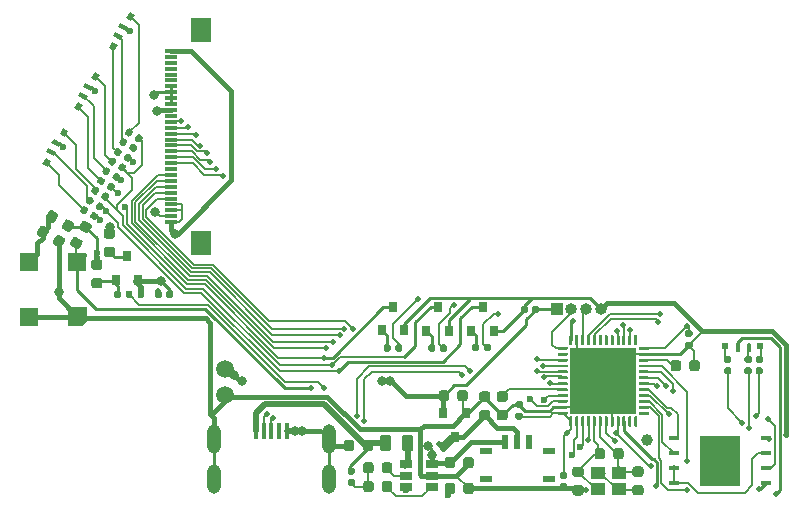
<source format=gtl>
G04 #@! TF.GenerationSoftware,KiCad,Pcbnew,(5.1.6)-1*
G04 #@! TF.CreationDate,2021-01-06T20:51:57+08:00*
G04 #@! TF.ProjectId,main_V1.0,6d61696e-5f56-4312-9e30-2e6b69636164,rev?*
G04 #@! TF.SameCoordinates,Original*
G04 #@! TF.FileFunction,Copper,L1,Top*
G04 #@! TF.FilePolarity,Positive*
%FSLAX46Y46*%
G04 Gerber Fmt 4.6, Leading zero omitted, Abs format (unit mm)*
G04 Created by KiCad (PCBNEW (5.1.6)-1) date 2021-01-06 20:51:57*
%MOMM*%
%LPD*%
G01*
G04 APERTURE LIST*
G04 #@! TA.AperFunction,SMDPad,CuDef*
%ADD10R,1.700000X2.000000*%
G04 #@! TD*
G04 #@! TA.AperFunction,SMDPad,CuDef*
%ADD11R,1.100000X0.300000*%
G04 #@! TD*
G04 #@! TA.AperFunction,SMDPad,CuDef*
%ADD12C,0.100000*%
G04 #@! TD*
G04 #@! TA.AperFunction,SMDPad,CuDef*
%ADD13R,0.600000X0.500000*%
G04 #@! TD*
G04 #@! TA.AperFunction,SMDPad,CuDef*
%ADD14R,0.400000X0.750000*%
G04 #@! TD*
G04 #@! TA.AperFunction,SMDPad,CuDef*
%ADD15R,3.450000X4.350000*%
G04 #@! TD*
G04 #@! TA.AperFunction,SMDPad,CuDef*
%ADD16R,0.950000X0.450000*%
G04 #@! TD*
G04 #@! TA.AperFunction,ComponentPad*
%ADD17O,1.150000X2.500000*%
G04 #@! TD*
G04 #@! TA.AperFunction,SMDPad,CuDef*
%ADD18R,0.400000X1.350000*%
G04 #@! TD*
G04 #@! TA.AperFunction,SMDPad,CuDef*
%ADD19R,1.150000X1.000000*%
G04 #@! TD*
G04 #@! TA.AperFunction,SMDPad,CuDef*
%ADD20R,1.600000X1.600000*%
G04 #@! TD*
G04 #@! TA.AperFunction,SMDPad,CuDef*
%ADD21R,0.800000X0.900000*%
G04 #@! TD*
G04 #@! TA.AperFunction,SMDPad,CuDef*
%ADD22R,5.600000X5.600000*%
G04 #@! TD*
G04 #@! TA.AperFunction,SMDPad,CuDef*
%ADD23C,1.000000*%
G04 #@! TD*
G04 #@! TA.AperFunction,SMDPad,CuDef*
%ADD24R,1.000000X0.500000*%
G04 #@! TD*
G04 #@! TA.AperFunction,SMDPad,CuDef*
%ADD25R,0.500000X1.300000*%
G04 #@! TD*
G04 #@! TA.AperFunction,ComponentPad*
%ADD26O,1.000000X1.000000*%
G04 #@! TD*
G04 #@! TA.AperFunction,ComponentPad*
%ADD27R,1.000000X1.000000*%
G04 #@! TD*
G04 #@! TA.AperFunction,SMDPad,CuDef*
%ADD28R,1.060000X0.650000*%
G04 #@! TD*
G04 #@! TA.AperFunction,SMDPad,CuDef*
%ADD29C,1.500000*%
G04 #@! TD*
G04 #@! TA.AperFunction,ViaPad*
%ADD30C,0.500000*%
G04 #@! TD*
G04 #@! TA.AperFunction,ViaPad*
%ADD31C,0.800000*%
G04 #@! TD*
G04 #@! TA.AperFunction,ViaPad*
%ADD32C,0.600000*%
G04 #@! TD*
G04 #@! TA.AperFunction,Conductor*
%ADD33C,0.152400*%
G04 #@! TD*
G04 #@! TA.AperFunction,Conductor*
%ADD34C,0.203200*%
G04 #@! TD*
G04 #@! TA.AperFunction,Conductor*
%ADD35C,0.381000*%
G04 #@! TD*
G04 #@! TA.AperFunction,Conductor*
%ADD36C,0.254000*%
G04 #@! TD*
G04 #@! TA.AperFunction,Conductor*
%ADD37C,0.508000*%
G04 #@! TD*
G04 APERTURE END LIST*
D10*
X46819000Y5117000D03*
D11*
X44262500Y-8650000D03*
X44262500Y350000D03*
X44262500Y1350000D03*
X44262500Y2350000D03*
X44262500Y-2650000D03*
X44262500Y2850000D03*
X44262500Y-8150000D03*
X44262500Y-5150000D03*
X44262500Y-650000D03*
X44262500Y-7650000D03*
X44262500Y-1150000D03*
X44262500Y1850000D03*
X44262500Y-10650000D03*
D10*
X46819000Y-12917000D03*
D11*
X44262500Y-3650000D03*
X44262500Y-9150000D03*
X44262500Y-6150000D03*
X44262500Y-3150000D03*
X44262500Y-1650000D03*
X44262500Y-11150000D03*
X44262500Y-9650000D03*
X44262500Y-150000D03*
X44262500Y850000D03*
X44262500Y-4150000D03*
X44262500Y-5650000D03*
X44262500Y3350000D03*
X44262500Y-7150000D03*
X44262500Y-4650000D03*
X44262500Y-6650000D03*
X44262500Y-10150000D03*
X44262500Y-2150000D03*
G04 #@! TA.AperFunction,SMDPad,CuDef*
G36*
G01*
X38682105Y-7667711D02*
X38509606Y-7966489D01*
G75*
G02*
X38308117Y-8020478I-127739J73750D01*
G01*
X38052639Y-7872978D01*
G75*
G02*
X37998650Y-7671489I73750J127739D01*
G01*
X38171150Y-7372711D01*
G75*
G02*
X38372639Y-7318722I127739J-73750D01*
G01*
X38628117Y-7466222D01*
G75*
G02*
X38682106Y-7667711I-73750J-127739D01*
G01*
G37*
G04 #@! TD.AperFunction*
G04 #@! TA.AperFunction,SMDPad,CuDef*
G36*
G01*
X39522149Y-8152711D02*
X39349650Y-8451489D01*
G75*
G02*
X39148161Y-8505478I-127739J73750D01*
G01*
X38892683Y-8357978D01*
G75*
G02*
X38838694Y-8156489I73750J127739D01*
G01*
X39011194Y-7857711D01*
G75*
G02*
X39212683Y-7803722I127739J-73750D01*
G01*
X39468161Y-7951222D01*
G75*
G02*
X39522150Y-8152711I-73750J-127739D01*
G01*
G37*
G04 #@! TD.AperFunction*
G04 #@! TA.AperFunction,SMDPad,CuDef*
G36*
G01*
X38199505Y-8493211D02*
X38027006Y-8791989D01*
G75*
G02*
X37825517Y-8845978I-127739J73750D01*
G01*
X37570039Y-8698478D01*
G75*
G02*
X37516050Y-8496989I73750J127739D01*
G01*
X37688550Y-8198211D01*
G75*
G02*
X37890039Y-8144222I127739J-73750D01*
G01*
X38145517Y-8291722D01*
G75*
G02*
X38199506Y-8493211I-73750J-127739D01*
G01*
G37*
G04 #@! TD.AperFunction*
G04 #@! TA.AperFunction,SMDPad,CuDef*
G36*
G01*
X39039549Y-8978211D02*
X38867050Y-9276989D01*
G75*
G02*
X38665561Y-9330978I-127739J73750D01*
G01*
X38410083Y-9183478D01*
G75*
G02*
X38356094Y-8981989I73750J127739D01*
G01*
X38528594Y-8683211D01*
G75*
G02*
X38730083Y-8629222I127739J-73750D01*
G01*
X38985561Y-8776722D01*
G75*
G02*
X39039550Y-8978211I-73750J-127739D01*
G01*
G37*
G04 #@! TD.AperFunction*
G04 #@! TA.AperFunction,SMDPad,CuDef*
G36*
G01*
X38796250Y-13240500D02*
X39308750Y-13240500D01*
G75*
G02*
X39527500Y-13459250I0J-218750D01*
G01*
X39527500Y-13896750D01*
G75*
G02*
X39308750Y-14115500I-218750J0D01*
G01*
X38796250Y-14115500D01*
G75*
G02*
X38577500Y-13896750I0J218750D01*
G01*
X38577500Y-13459250D01*
G75*
G02*
X38796250Y-13240500I218750J0D01*
G01*
G37*
G04 #@! TD.AperFunction*
G04 #@! TA.AperFunction,SMDPad,CuDef*
G36*
G01*
X38796250Y-11665500D02*
X39308750Y-11665500D01*
G75*
G02*
X39527500Y-11884250I0J-218750D01*
G01*
X39527500Y-12321750D01*
G75*
G02*
X39308750Y-12540500I-218750J0D01*
G01*
X38796250Y-12540500D01*
G75*
G02*
X38577500Y-12321750I0J218750D01*
G01*
X38577500Y-11884250D01*
G75*
G02*
X38796250Y-11665500I218750J0D01*
G01*
G37*
G04 #@! TD.AperFunction*
G04 #@! TA.AperFunction,SMDPad,CuDef*
G36*
G01*
X36242581Y-12392384D02*
X36686419Y-12648634D01*
G75*
G02*
X36766487Y-12947452I-109375J-189443D01*
G01*
X36547737Y-13326338D01*
G75*
G02*
X36248919Y-13406406I-189443J109375D01*
G01*
X35805081Y-13150156D01*
G75*
G02*
X35725013Y-12851338I109375J189443D01*
G01*
X35943763Y-12472452D01*
G75*
G02*
X36242581Y-12392384I189443J-109375D01*
G01*
G37*
G04 #@! TD.AperFunction*
G04 #@! TA.AperFunction,SMDPad,CuDef*
G36*
G01*
X37030081Y-11028394D02*
X37473919Y-11284644D01*
G75*
G02*
X37553987Y-11583462I-109375J-189443D01*
G01*
X37335237Y-11962348D01*
G75*
G02*
X37036419Y-12042416I-189443J109375D01*
G01*
X36592581Y-11786166D01*
G75*
G02*
X36512513Y-11487348I109375J189443D01*
G01*
X36731263Y-11108462D01*
G75*
G02*
X37030081Y-11028394I189443J-109375D01*
G01*
G37*
G04 #@! TD.AperFunction*
G04 #@! TA.AperFunction,SMDPad,CuDef*
D12*
G36*
X40912800Y5856749D02*
G01*
X40479788Y6106749D01*
X40779788Y6626365D01*
X41212800Y6376365D01*
X40912800Y5856749D01*
G37*
G04 #@! TD.AperFunction*
G04 #@! TA.AperFunction,SMDPad,CuDef*
G36*
X40427800Y5016704D02*
G01*
X39778280Y5391704D01*
X39978280Y5738114D01*
X40627800Y5363114D01*
X40427800Y5016704D01*
G37*
G04 #@! TD.AperFunction*
G04 #@! TA.AperFunction,SMDPad,CuDef*
G36*
X39452800Y3327954D02*
G01*
X39019788Y3577954D01*
X39319788Y4097570D01*
X39752800Y3847570D01*
X39452800Y3327954D01*
G37*
G04 #@! TD.AperFunction*
G04 #@! TA.AperFunction,SMDPad,CuDef*
G36*
X39977800Y4237282D02*
G01*
X39328280Y4612282D01*
X39528280Y4958692D01*
X40177800Y4583692D01*
X39977800Y4237282D01*
G37*
G04 #@! TD.AperFunction*
G04 #@! TA.AperFunction,SMDPad,CuDef*
G36*
G01*
X63258301Y-21965702D02*
X63258301Y-21620702D01*
G75*
G02*
X63405801Y-21473202I147500J0D01*
G01*
X63700801Y-21473202D01*
G75*
G02*
X63848301Y-21620702I0J-147500D01*
G01*
X63848301Y-21965702D01*
G75*
G02*
X63700801Y-22113202I-147500J0D01*
G01*
X63405801Y-22113202D01*
G75*
G02*
X63258301Y-21965702I0J147500D01*
G01*
G37*
G04 #@! TD.AperFunction*
G04 #@! TA.AperFunction,SMDPad,CuDef*
G36*
G01*
X62288301Y-21965702D02*
X62288301Y-21620702D01*
G75*
G02*
X62435801Y-21473202I147500J0D01*
G01*
X62730801Y-21473202D01*
G75*
G02*
X62878301Y-21620702I0J-147500D01*
G01*
X62878301Y-21965702D01*
G75*
G02*
X62730801Y-22113202I-147500J0D01*
G01*
X62435801Y-22113202D01*
G75*
G02*
X62288301Y-21965702I0J147500D01*
G01*
G37*
G04 #@! TD.AperFunction*
G04 #@! TA.AperFunction,SMDPad,CuDef*
G36*
G01*
X67042799Y-21991104D02*
X67042799Y-21646104D01*
G75*
G02*
X67190299Y-21498604I147500J0D01*
G01*
X67485299Y-21498604D01*
G75*
G02*
X67632799Y-21646104I0J-147500D01*
G01*
X67632799Y-21991104D01*
G75*
G02*
X67485299Y-22138604I-147500J0D01*
G01*
X67190299Y-22138604D01*
G75*
G02*
X67042799Y-21991104I0J147500D01*
G01*
G37*
G04 #@! TD.AperFunction*
G04 #@! TA.AperFunction,SMDPad,CuDef*
G36*
G01*
X66072799Y-21991104D02*
X66072799Y-21646104D01*
G75*
G02*
X66220299Y-21498604I147500J0D01*
G01*
X66515299Y-21498604D01*
G75*
G02*
X66662799Y-21646104I0J-147500D01*
G01*
X66662799Y-21991104D01*
G75*
G02*
X66515299Y-22138604I-147500J0D01*
G01*
X66220299Y-22138604D01*
G75*
G02*
X66072799Y-21991104I0J147500D01*
G01*
G37*
G04 #@! TD.AperFunction*
G04 #@! TA.AperFunction,SMDPad,CuDef*
G36*
G01*
X70751200Y-21940299D02*
X70751200Y-21595299D01*
G75*
G02*
X70898700Y-21447799I147500J0D01*
G01*
X71193700Y-21447799D01*
G75*
G02*
X71341200Y-21595299I0J-147500D01*
G01*
X71341200Y-21940299D01*
G75*
G02*
X71193700Y-22087799I-147500J0D01*
G01*
X70898700Y-22087799D01*
G75*
G02*
X70751200Y-21940299I0J147500D01*
G01*
G37*
G04 #@! TD.AperFunction*
G04 #@! TA.AperFunction,SMDPad,CuDef*
G36*
G01*
X69781200Y-21940299D02*
X69781200Y-21595299D01*
G75*
G02*
X69928700Y-21447799I147500J0D01*
G01*
X70223700Y-21447799D01*
G75*
G02*
X70371200Y-21595299I0J-147500D01*
G01*
X70371200Y-21940299D01*
G75*
G02*
X70223700Y-22087799I-147500J0D01*
G01*
X69928700Y-22087799D01*
G75*
G02*
X69781200Y-21940299I0J147500D01*
G01*
G37*
G04 #@! TD.AperFunction*
G04 #@! TA.AperFunction,SMDPad,CuDef*
G36*
G01*
X59722800Y-32512500D02*
X59377800Y-32512500D01*
G75*
G02*
X59230300Y-32365000I0J147500D01*
G01*
X59230300Y-32070000D01*
G75*
G02*
X59377800Y-31922500I147500J0D01*
G01*
X59722800Y-31922500D01*
G75*
G02*
X59870300Y-32070000I0J-147500D01*
G01*
X59870300Y-32365000D01*
G75*
G02*
X59722800Y-32512500I-147500J0D01*
G01*
G37*
G04 #@! TD.AperFunction*
G04 #@! TA.AperFunction,SMDPad,CuDef*
G36*
G01*
X59722800Y-33482500D02*
X59377800Y-33482500D01*
G75*
G02*
X59230300Y-33335000I0J147500D01*
G01*
X59230300Y-33040000D01*
G75*
G02*
X59377800Y-32892500I147500J0D01*
G01*
X59722800Y-32892500D01*
G75*
G02*
X59870300Y-33040000I0J-147500D01*
G01*
X59870300Y-33335000D01*
G75*
G02*
X59722800Y-33482500I-147500J0D01*
G01*
G37*
G04 #@! TD.AperFunction*
G04 #@! TA.AperFunction,SMDPad,CuDef*
G36*
G01*
X40423600Y-17431800D02*
X40423600Y-17086800D01*
G75*
G02*
X40571100Y-16939300I147500J0D01*
G01*
X40866100Y-16939300D01*
G75*
G02*
X41013600Y-17086800I0J-147500D01*
G01*
X41013600Y-17431800D01*
G75*
G02*
X40866100Y-17579300I-147500J0D01*
G01*
X40571100Y-17579300D01*
G75*
G02*
X40423600Y-17431800I0J147500D01*
G01*
G37*
G04 #@! TD.AperFunction*
G04 #@! TA.AperFunction,SMDPad,CuDef*
G36*
G01*
X39453600Y-17431800D02*
X39453600Y-17086800D01*
G75*
G02*
X39601100Y-16939300I147500J0D01*
G01*
X39896100Y-16939300D01*
G75*
G02*
X40043600Y-17086800I0J-147500D01*
G01*
X40043600Y-17431800D01*
G75*
G02*
X39896100Y-17579300I-147500J0D01*
G01*
X39601100Y-17579300D01*
G75*
G02*
X39453600Y-17431800I0J147500D01*
G01*
G37*
G04 #@! TD.AperFunction*
G04 #@! TA.AperFunction,SMDPad,CuDef*
G36*
G01*
X43886800Y-17433400D02*
X43886800Y-17088400D01*
G75*
G02*
X44034300Y-16940900I147500J0D01*
G01*
X44329300Y-16940900D01*
G75*
G02*
X44476800Y-17088400I0J-147500D01*
G01*
X44476800Y-17433400D01*
G75*
G02*
X44329300Y-17580900I-147500J0D01*
G01*
X44034300Y-17580900D01*
G75*
G02*
X43886800Y-17433400I0J147500D01*
G01*
G37*
G04 #@! TD.AperFunction*
G04 #@! TA.AperFunction,SMDPad,CuDef*
G36*
G01*
X42916800Y-17433400D02*
X42916800Y-17088400D01*
G75*
G02*
X43064300Y-16940900I147500J0D01*
G01*
X43359300Y-16940900D01*
G75*
G02*
X43506800Y-17088400I0J-147500D01*
G01*
X43506800Y-17433400D01*
G75*
G02*
X43359300Y-17580900I-147500J0D01*
G01*
X43064300Y-17580900D01*
G75*
G02*
X42916800Y-17433400I0J147500D01*
G01*
G37*
G04 #@! TD.AperFunction*
G04 #@! TA.AperFunction,SMDPad,CuDef*
G36*
G01*
X73934100Y-26899100D02*
X73589100Y-26899100D01*
G75*
G02*
X73441600Y-26751600I0J147500D01*
G01*
X73441600Y-26456600D01*
G75*
G02*
X73589100Y-26309100I147500J0D01*
G01*
X73934100Y-26309100D01*
G75*
G02*
X74081600Y-26456600I0J-147500D01*
G01*
X74081600Y-26751600D01*
G75*
G02*
X73934100Y-26899100I-147500J0D01*
G01*
G37*
G04 #@! TD.AperFunction*
G04 #@! TA.AperFunction,SMDPad,CuDef*
G36*
G01*
X73934100Y-27869100D02*
X73589100Y-27869100D01*
G75*
G02*
X73441600Y-27721600I0J147500D01*
G01*
X73441600Y-27426600D01*
G75*
G02*
X73589100Y-27279100I147500J0D01*
G01*
X73934100Y-27279100D01*
G75*
G02*
X74081600Y-27426600I0J-147500D01*
G01*
X74081600Y-27721600D01*
G75*
G02*
X73934100Y-27869100I-147500J0D01*
G01*
G37*
G04 #@! TD.AperFunction*
G04 #@! TA.AperFunction,SMDPad,CuDef*
G36*
G01*
X74486000Y-18382200D02*
X74486000Y-18727200D01*
G75*
G02*
X74338500Y-18874700I-147500J0D01*
G01*
X74043500Y-18874700D01*
G75*
G02*
X73896000Y-18727200I0J147500D01*
G01*
X73896000Y-18382200D01*
G75*
G02*
X74043500Y-18234700I147500J0D01*
G01*
X74338500Y-18234700D01*
G75*
G02*
X74486000Y-18382200I0J-147500D01*
G01*
G37*
G04 #@! TD.AperFunction*
G04 #@! TA.AperFunction,SMDPad,CuDef*
G36*
G01*
X75456000Y-18382200D02*
X75456000Y-18727200D01*
G75*
G02*
X75308500Y-18874700I-147500J0D01*
G01*
X75013500Y-18874700D01*
G75*
G02*
X74866000Y-18727200I0J147500D01*
G01*
X74866000Y-18382200D01*
G75*
G02*
X75013500Y-18234700I147500J0D01*
G01*
X75308500Y-18234700D01*
G75*
G02*
X75456000Y-18382200I0J-147500D01*
G01*
G37*
G04 #@! TD.AperFunction*
G04 #@! TA.AperFunction,SMDPad,CuDef*
G36*
G01*
X87940100Y-21259300D02*
X88285100Y-21259300D01*
G75*
G02*
X88432600Y-21406800I0J-147500D01*
G01*
X88432600Y-21701800D01*
G75*
G02*
X88285100Y-21849300I-147500J0D01*
G01*
X87940100Y-21849300D01*
G75*
G02*
X87792600Y-21701800I0J147500D01*
G01*
X87792600Y-21406800D01*
G75*
G02*
X87940100Y-21259300I147500J0D01*
G01*
G37*
G04 #@! TD.AperFunction*
G04 #@! TA.AperFunction,SMDPad,CuDef*
G36*
G01*
X87940100Y-20289300D02*
X88285100Y-20289300D01*
G75*
G02*
X88432600Y-20436800I0J-147500D01*
G01*
X88432600Y-20731800D01*
G75*
G02*
X88285100Y-20879300I-147500J0D01*
G01*
X87940100Y-20879300D01*
G75*
G02*
X87792600Y-20731800I0J147500D01*
G01*
X87792600Y-20436800D01*
G75*
G02*
X87940100Y-20289300I147500J0D01*
G01*
G37*
G04 #@! TD.AperFunction*
G04 #@! TA.AperFunction,SMDPad,CuDef*
G36*
G01*
X77348300Y-33248100D02*
X77693300Y-33248100D01*
G75*
G02*
X77840800Y-33395600I0J-147500D01*
G01*
X77840800Y-33690600D01*
G75*
G02*
X77693300Y-33838100I-147500J0D01*
G01*
X77348300Y-33838100D01*
G75*
G02*
X77200800Y-33690600I0J147500D01*
G01*
X77200800Y-33395600D01*
G75*
G02*
X77348300Y-33248100I147500J0D01*
G01*
G37*
G04 #@! TD.AperFunction*
G04 #@! TA.AperFunction,SMDPad,CuDef*
G36*
G01*
X77348300Y-32278100D02*
X77693300Y-32278100D01*
G75*
G02*
X77840800Y-32425600I0J-147500D01*
G01*
X77840800Y-32720600D01*
G75*
G02*
X77693300Y-32868100I-147500J0D01*
G01*
X77348300Y-32868100D01*
G75*
G02*
X77200800Y-32720600I0J147500D01*
G01*
X77200800Y-32425600D01*
G75*
G02*
X77348300Y-32278100I147500J0D01*
G01*
G37*
G04 #@! TD.AperFunction*
G04 #@! TA.AperFunction,SMDPad,CuDef*
G36*
X37966400Y776749D02*
G01*
X37533388Y1026749D01*
X37833388Y1546365D01*
X38266400Y1296365D01*
X37966400Y776749D01*
G37*
G04 #@! TD.AperFunction*
G04 #@! TA.AperFunction,SMDPad,CuDef*
G36*
X37481400Y-63296D02*
G01*
X36831880Y311704D01*
X37031880Y658114D01*
X37681400Y283114D01*
X37481400Y-63296D01*
G37*
G04 #@! TD.AperFunction*
G04 #@! TA.AperFunction,SMDPad,CuDef*
G36*
X36506400Y-1752046D02*
G01*
X36073388Y-1502046D01*
X36373388Y-982430D01*
X36806400Y-1232430D01*
X36506400Y-1752046D01*
G37*
G04 #@! TD.AperFunction*
G04 #@! TA.AperFunction,SMDPad,CuDef*
G36*
X37031400Y-842718D02*
G01*
X36381880Y-467718D01*
X36581880Y-121308D01*
X37231400Y-496308D01*
X37031400Y-842718D01*
G37*
G04 #@! TD.AperFunction*
G04 #@! TA.AperFunction,SMDPad,CuDef*
G36*
X35281000Y-3959949D02*
G01*
X34847988Y-3709949D01*
X35147988Y-3190333D01*
X35581000Y-3440333D01*
X35281000Y-3959949D01*
G37*
G04 #@! TD.AperFunction*
G04 #@! TA.AperFunction,SMDPad,CuDef*
G36*
X34796000Y-4799994D02*
G01*
X34146480Y-4424994D01*
X34346480Y-4078584D01*
X34996000Y-4453584D01*
X34796000Y-4799994D01*
G37*
G04 #@! TD.AperFunction*
G04 #@! TA.AperFunction,SMDPad,CuDef*
G36*
X33821000Y-6488744D02*
G01*
X33387988Y-6238744D01*
X33687988Y-5719128D01*
X34121000Y-5969128D01*
X33821000Y-6488744D01*
G37*
G04 #@! TD.AperFunction*
G04 #@! TA.AperFunction,SMDPad,CuDef*
G36*
X34346000Y-5579416D02*
G01*
X33696480Y-5204416D01*
X33896480Y-4858006D01*
X34546000Y-5233006D01*
X34346000Y-5579416D01*
G37*
G04 #@! TD.AperFunction*
D13*
X91202700Y-21649500D03*
D14*
X92272700Y-21774500D03*
D13*
X94122700Y-21649500D03*
D14*
X93172700Y-21774500D03*
D15*
X90728800Y-31330900D03*
D16*
X86828800Y-33235900D03*
X86828800Y-31965900D03*
X86828800Y-30695900D03*
X86828800Y-29425900D03*
X94628800Y-29425900D03*
X94628800Y-30695900D03*
X94628800Y-31965900D03*
X94628800Y-33235900D03*
D17*
X57618500Y-29519800D03*
X57618500Y-32869800D03*
X47918500Y-29519800D03*
X47918500Y-32869800D03*
D18*
X52118500Y-28814300D03*
X51468500Y-28814300D03*
X53418500Y-28814300D03*
X54068500Y-28814300D03*
X52768500Y-28814300D03*
G04 #@! TA.AperFunction,SMDPad,CuDef*
G36*
G01*
X37729605Y-9318711D02*
X37557106Y-9617489D01*
G75*
G02*
X37355617Y-9671478I-127739J73750D01*
G01*
X37100139Y-9523978D01*
G75*
G02*
X37046150Y-9322489I73750J127739D01*
G01*
X37218650Y-9023711D01*
G75*
G02*
X37420139Y-8969722I127739J-73750D01*
G01*
X37675617Y-9117222D01*
G75*
G02*
X37729606Y-9318711I-73750J-127739D01*
G01*
G37*
G04 #@! TD.AperFunction*
G04 #@! TA.AperFunction,SMDPad,CuDef*
G36*
G01*
X38569649Y-9803711D02*
X38397150Y-10102489D01*
G75*
G02*
X38195661Y-10156478I-127739J73750D01*
G01*
X37940183Y-10008978D01*
G75*
G02*
X37886194Y-9807489I73750J127739D01*
G01*
X38058694Y-9508711D01*
G75*
G02*
X38260183Y-9454722I127739J-73750D01*
G01*
X38515661Y-9602222D01*
G75*
G02*
X38569650Y-9803711I-73750J-127739D01*
G01*
G37*
G04 #@! TD.AperFunction*
G04 #@! TA.AperFunction,SMDPad,CuDef*
G36*
G01*
X37259705Y-10144211D02*
X37087206Y-10442989D01*
G75*
G02*
X36885717Y-10496978I-127739J73750D01*
G01*
X36630239Y-10349478D01*
G75*
G02*
X36576250Y-10147989I73750J127739D01*
G01*
X36748750Y-9849211D01*
G75*
G02*
X36950239Y-9795222I127739J-73750D01*
G01*
X37205717Y-9942722D01*
G75*
G02*
X37259706Y-10144211I-73750J-127739D01*
G01*
G37*
G04 #@! TD.AperFunction*
G04 #@! TA.AperFunction,SMDPad,CuDef*
G36*
G01*
X38099749Y-10629211D02*
X37927250Y-10927989D01*
G75*
G02*
X37725761Y-10981978I-127739J73750D01*
G01*
X37470283Y-10834478D01*
G75*
G02*
X37416294Y-10632989I73750J127739D01*
G01*
X37588794Y-10334211D01*
G75*
G02*
X37790283Y-10280222I127739J-73750D01*
G01*
X38045761Y-10427722D01*
G75*
G02*
X38099750Y-10629211I-73750J-127739D01*
G01*
G37*
G04 #@! TD.AperFunction*
G04 #@! TA.AperFunction,SMDPad,CuDef*
G36*
G01*
X39634605Y-6029411D02*
X39462106Y-6328189D01*
G75*
G02*
X39260617Y-6382178I-127739J73750D01*
G01*
X39005139Y-6234678D01*
G75*
G02*
X38951150Y-6033189I73750J127739D01*
G01*
X39123650Y-5734411D01*
G75*
G02*
X39325139Y-5680422I127739J-73750D01*
G01*
X39580617Y-5827922D01*
G75*
G02*
X39634606Y-6029411I-73750J-127739D01*
G01*
G37*
G04 #@! TD.AperFunction*
G04 #@! TA.AperFunction,SMDPad,CuDef*
G36*
G01*
X40474649Y-6514411D02*
X40302150Y-6813189D01*
G75*
G02*
X40100661Y-6867178I-127739J73750D01*
G01*
X39845183Y-6719678D01*
G75*
G02*
X39791194Y-6518189I73750J127739D01*
G01*
X39963694Y-6219411D01*
G75*
G02*
X40165183Y-6165422I127739J-73750D01*
G01*
X40420661Y-6312922D01*
G75*
G02*
X40474650Y-6514411I-73750J-127739D01*
G01*
G37*
G04 #@! TD.AperFunction*
G04 #@! TA.AperFunction,SMDPad,CuDef*
G36*
G01*
X39152005Y-6842211D02*
X38979506Y-7140989D01*
G75*
G02*
X38778017Y-7194978I-127739J73750D01*
G01*
X38522539Y-7047478D01*
G75*
G02*
X38468550Y-6845989I73750J127739D01*
G01*
X38641050Y-6547211D01*
G75*
G02*
X38842539Y-6493222I127739J-73750D01*
G01*
X39098017Y-6640722D01*
G75*
G02*
X39152006Y-6842211I-73750J-127739D01*
G01*
G37*
G04 #@! TD.AperFunction*
G04 #@! TA.AperFunction,SMDPad,CuDef*
G36*
G01*
X39992049Y-7327211D02*
X39819550Y-7625989D01*
G75*
G02*
X39618061Y-7679978I-127739J73750D01*
G01*
X39362583Y-7532478D01*
G75*
G02*
X39308594Y-7330989I73750J127739D01*
G01*
X39481094Y-7032211D01*
G75*
G02*
X39682583Y-6978222I127739J-73750D01*
G01*
X39938061Y-7125722D01*
G75*
G02*
X39992050Y-7327211I-73750J-127739D01*
G01*
G37*
G04 #@! TD.AperFunction*
G04 #@! TA.AperFunction,SMDPad,CuDef*
G36*
G01*
X41057005Y-3552911D02*
X40884506Y-3851689D01*
G75*
G02*
X40683017Y-3905678I-127739J73750D01*
G01*
X40427539Y-3758178D01*
G75*
G02*
X40373550Y-3556689I73750J127739D01*
G01*
X40546050Y-3257911D01*
G75*
G02*
X40747539Y-3203922I127739J-73750D01*
G01*
X41003017Y-3351422D01*
G75*
G02*
X41057006Y-3552911I-73750J-127739D01*
G01*
G37*
G04 #@! TD.AperFunction*
G04 #@! TA.AperFunction,SMDPad,CuDef*
G36*
G01*
X41897049Y-4037911D02*
X41724550Y-4336689D01*
G75*
G02*
X41523061Y-4390678I-127739J73750D01*
G01*
X41267583Y-4243178D01*
G75*
G02*
X41213594Y-4041689I73750J127739D01*
G01*
X41386094Y-3742911D01*
G75*
G02*
X41587583Y-3688922I127739J-73750D01*
G01*
X41843061Y-3836422D01*
G75*
G02*
X41897050Y-4037911I-73750J-127739D01*
G01*
G37*
G04 #@! TD.AperFunction*
G04 #@! TA.AperFunction,SMDPad,CuDef*
G36*
G01*
X40587105Y-4378411D02*
X40414606Y-4677189D01*
G75*
G02*
X40213117Y-4731178I-127739J73750D01*
G01*
X39957639Y-4583678D01*
G75*
G02*
X39903650Y-4382189I73750J127739D01*
G01*
X40076150Y-4083411D01*
G75*
G02*
X40277639Y-4029422I127739J-73750D01*
G01*
X40533117Y-4176922D01*
G75*
G02*
X40587106Y-4378411I-73750J-127739D01*
G01*
G37*
G04 #@! TD.AperFunction*
G04 #@! TA.AperFunction,SMDPad,CuDef*
G36*
G01*
X41427149Y-4863411D02*
X41254650Y-5162189D01*
G75*
G02*
X41053161Y-5216178I-127739J73750D01*
G01*
X40797683Y-5068678D01*
G75*
G02*
X40743694Y-4867189I73750J127739D01*
G01*
X40916194Y-4568411D01*
G75*
G02*
X41117683Y-4514422I127739J-73750D01*
G01*
X41373161Y-4661922D01*
G75*
G02*
X41427150Y-4863411I-73750J-127739D01*
G01*
G37*
G04 #@! TD.AperFunction*
G04 #@! TA.AperFunction,SMDPad,CuDef*
G36*
G01*
X40104505Y-5203911D02*
X39932006Y-5502689D01*
G75*
G02*
X39730517Y-5556678I-127739J73750D01*
G01*
X39475039Y-5409178D01*
G75*
G02*
X39421050Y-5207689I73750J127739D01*
G01*
X39593550Y-4908911D01*
G75*
G02*
X39795039Y-4854922I127739J-73750D01*
G01*
X40050517Y-5002422D01*
G75*
G02*
X40104506Y-5203911I-73750J-127739D01*
G01*
G37*
G04 #@! TD.AperFunction*
G04 #@! TA.AperFunction,SMDPad,CuDef*
G36*
G01*
X40944549Y-5688911D02*
X40772050Y-5987689D01*
G75*
G02*
X40570561Y-6041678I-127739J73750D01*
G01*
X40315083Y-5894178D01*
G75*
G02*
X40261094Y-5692689I73750J127739D01*
G01*
X40433594Y-5393911D01*
G75*
G02*
X40635083Y-5339922I127739J-73750D01*
G01*
X40890561Y-5487422D01*
G75*
G02*
X40944550Y-5688911I-73750J-127739D01*
G01*
G37*
G04 #@! TD.AperFunction*
G04 #@! TA.AperFunction,SMDPad,CuDef*
G36*
G01*
X91569300Y-23070900D02*
X91224300Y-23070900D01*
G75*
G02*
X91076800Y-22923400I0J147500D01*
G01*
X91076800Y-22628400D01*
G75*
G02*
X91224300Y-22480900I147500J0D01*
G01*
X91569300Y-22480900D01*
G75*
G02*
X91716800Y-22628400I0J-147500D01*
G01*
X91716800Y-22923400D01*
G75*
G02*
X91569300Y-23070900I-147500J0D01*
G01*
G37*
G04 #@! TD.AperFunction*
G04 #@! TA.AperFunction,SMDPad,CuDef*
G36*
G01*
X91569300Y-24040900D02*
X91224300Y-24040900D01*
G75*
G02*
X91076800Y-23893400I0J147500D01*
G01*
X91076800Y-23598400D01*
G75*
G02*
X91224300Y-23450900I147500J0D01*
G01*
X91569300Y-23450900D01*
G75*
G02*
X91716800Y-23598400I0J-147500D01*
G01*
X91716800Y-23893400D01*
G75*
G02*
X91569300Y-24040900I-147500J0D01*
G01*
G37*
G04 #@! TD.AperFunction*
G04 #@! TA.AperFunction,SMDPad,CuDef*
G36*
G01*
X93319300Y-23070900D02*
X92974300Y-23070900D01*
G75*
G02*
X92826800Y-22923400I0J147500D01*
G01*
X92826800Y-22628400D01*
G75*
G02*
X92974300Y-22480900I147500J0D01*
G01*
X93319300Y-22480900D01*
G75*
G02*
X93466800Y-22628400I0J-147500D01*
G01*
X93466800Y-22923400D01*
G75*
G02*
X93319300Y-23070900I-147500J0D01*
G01*
G37*
G04 #@! TD.AperFunction*
G04 #@! TA.AperFunction,SMDPad,CuDef*
G36*
G01*
X93319300Y-24040900D02*
X92974300Y-24040900D01*
G75*
G02*
X92826800Y-23893400I0J147500D01*
G01*
X92826800Y-23598400D01*
G75*
G02*
X92974300Y-23450900I147500J0D01*
G01*
X93319300Y-23450900D01*
G75*
G02*
X93466800Y-23598400I0J-147500D01*
G01*
X93466800Y-23893400D01*
G75*
G02*
X93319300Y-24040900I-147500J0D01*
G01*
G37*
G04 #@! TD.AperFunction*
G04 #@! TA.AperFunction,SMDPad,CuDef*
G36*
G01*
X94269300Y-23070900D02*
X93924300Y-23070900D01*
G75*
G02*
X93776800Y-22923400I0J147500D01*
G01*
X93776800Y-22628400D01*
G75*
G02*
X93924300Y-22480900I147500J0D01*
G01*
X94269300Y-22480900D01*
G75*
G02*
X94416800Y-22628400I0J-147500D01*
G01*
X94416800Y-22923400D01*
G75*
G02*
X94269300Y-23070900I-147500J0D01*
G01*
G37*
G04 #@! TD.AperFunction*
G04 #@! TA.AperFunction,SMDPad,CuDef*
G36*
G01*
X94269300Y-24040900D02*
X93924300Y-24040900D01*
G75*
G02*
X93776800Y-23893400I0J147500D01*
G01*
X93776800Y-23598400D01*
G75*
G02*
X93924300Y-23450900I147500J0D01*
G01*
X94269300Y-23450900D01*
G75*
G02*
X94416800Y-23598400I0J-147500D01*
G01*
X94416800Y-23893400D01*
G75*
G02*
X94269300Y-24040900I-147500J0D01*
G01*
G37*
G04 #@! TD.AperFunction*
D19*
X82193100Y-33758100D03*
X80443100Y-33758100D03*
X80443100Y-32358100D03*
X82193100Y-32358100D03*
G04 #@! TA.AperFunction,SMDPad,CuDef*
D12*
G36*
X35527300Y-18340200D02*
G01*
X37127300Y-18340200D01*
X37127300Y-19540200D01*
X36727300Y-19940200D01*
X35527300Y-19940200D01*
X35527300Y-18340200D01*
G37*
G04 #@! TD.AperFunction*
D20*
X32227300Y-14540200D03*
X36327300Y-14540200D03*
X32227300Y-19140200D03*
D21*
X68287900Y-29333700D03*
X67337900Y-27333700D03*
X69237900Y-27333700D03*
D22*
X80873600Y-24574500D03*
G04 #@! TA.AperFunction,SMDPad,CuDef*
G36*
G01*
X77811100Y-27449500D02*
X77061100Y-27449500D01*
G75*
G02*
X76998600Y-27387000I0J62500D01*
G01*
X76998600Y-27262000D01*
G75*
G02*
X77061100Y-27199500I62500J0D01*
G01*
X77811100Y-27199500D01*
G75*
G02*
X77873600Y-27262000I0J-62500D01*
G01*
X77873600Y-27387000D01*
G75*
G02*
X77811100Y-27449500I-62500J0D01*
G01*
G37*
G04 #@! TD.AperFunction*
G04 #@! TA.AperFunction,SMDPad,CuDef*
G36*
G01*
X77811100Y-26949500D02*
X77061100Y-26949500D01*
G75*
G02*
X76998600Y-26887000I0J62500D01*
G01*
X76998600Y-26762000D01*
G75*
G02*
X77061100Y-26699500I62500J0D01*
G01*
X77811100Y-26699500D01*
G75*
G02*
X77873600Y-26762000I0J-62500D01*
G01*
X77873600Y-26887000D01*
G75*
G02*
X77811100Y-26949500I-62500J0D01*
G01*
G37*
G04 #@! TD.AperFunction*
G04 #@! TA.AperFunction,SMDPad,CuDef*
G36*
G01*
X77811100Y-26449500D02*
X77061100Y-26449500D01*
G75*
G02*
X76998600Y-26387000I0J62500D01*
G01*
X76998600Y-26262000D01*
G75*
G02*
X77061100Y-26199500I62500J0D01*
G01*
X77811100Y-26199500D01*
G75*
G02*
X77873600Y-26262000I0J-62500D01*
G01*
X77873600Y-26387000D01*
G75*
G02*
X77811100Y-26449500I-62500J0D01*
G01*
G37*
G04 #@! TD.AperFunction*
G04 #@! TA.AperFunction,SMDPad,CuDef*
G36*
G01*
X77811100Y-25949500D02*
X77061100Y-25949500D01*
G75*
G02*
X76998600Y-25887000I0J62500D01*
G01*
X76998600Y-25762000D01*
G75*
G02*
X77061100Y-25699500I62500J0D01*
G01*
X77811100Y-25699500D01*
G75*
G02*
X77873600Y-25762000I0J-62500D01*
G01*
X77873600Y-25887000D01*
G75*
G02*
X77811100Y-25949500I-62500J0D01*
G01*
G37*
G04 #@! TD.AperFunction*
G04 #@! TA.AperFunction,SMDPad,CuDef*
G36*
G01*
X77811100Y-25449500D02*
X77061100Y-25449500D01*
G75*
G02*
X76998600Y-25387000I0J62500D01*
G01*
X76998600Y-25262000D01*
G75*
G02*
X77061100Y-25199500I62500J0D01*
G01*
X77811100Y-25199500D01*
G75*
G02*
X77873600Y-25262000I0J-62500D01*
G01*
X77873600Y-25387000D01*
G75*
G02*
X77811100Y-25449500I-62500J0D01*
G01*
G37*
G04 #@! TD.AperFunction*
G04 #@! TA.AperFunction,SMDPad,CuDef*
G36*
G01*
X77811100Y-24949500D02*
X77061100Y-24949500D01*
G75*
G02*
X76998600Y-24887000I0J62500D01*
G01*
X76998600Y-24762000D01*
G75*
G02*
X77061100Y-24699500I62500J0D01*
G01*
X77811100Y-24699500D01*
G75*
G02*
X77873600Y-24762000I0J-62500D01*
G01*
X77873600Y-24887000D01*
G75*
G02*
X77811100Y-24949500I-62500J0D01*
G01*
G37*
G04 #@! TD.AperFunction*
G04 #@! TA.AperFunction,SMDPad,CuDef*
G36*
G01*
X77811100Y-24449500D02*
X77061100Y-24449500D01*
G75*
G02*
X76998600Y-24387000I0J62500D01*
G01*
X76998600Y-24262000D01*
G75*
G02*
X77061100Y-24199500I62500J0D01*
G01*
X77811100Y-24199500D01*
G75*
G02*
X77873600Y-24262000I0J-62500D01*
G01*
X77873600Y-24387000D01*
G75*
G02*
X77811100Y-24449500I-62500J0D01*
G01*
G37*
G04 #@! TD.AperFunction*
G04 #@! TA.AperFunction,SMDPad,CuDef*
G36*
G01*
X77811100Y-23949500D02*
X77061100Y-23949500D01*
G75*
G02*
X76998600Y-23887000I0J62500D01*
G01*
X76998600Y-23762000D01*
G75*
G02*
X77061100Y-23699500I62500J0D01*
G01*
X77811100Y-23699500D01*
G75*
G02*
X77873600Y-23762000I0J-62500D01*
G01*
X77873600Y-23887000D01*
G75*
G02*
X77811100Y-23949500I-62500J0D01*
G01*
G37*
G04 #@! TD.AperFunction*
G04 #@! TA.AperFunction,SMDPad,CuDef*
G36*
G01*
X77811100Y-23449500D02*
X77061100Y-23449500D01*
G75*
G02*
X76998600Y-23387000I0J62500D01*
G01*
X76998600Y-23262000D01*
G75*
G02*
X77061100Y-23199500I62500J0D01*
G01*
X77811100Y-23199500D01*
G75*
G02*
X77873600Y-23262000I0J-62500D01*
G01*
X77873600Y-23387000D01*
G75*
G02*
X77811100Y-23449500I-62500J0D01*
G01*
G37*
G04 #@! TD.AperFunction*
G04 #@! TA.AperFunction,SMDPad,CuDef*
G36*
G01*
X77811100Y-22949500D02*
X77061100Y-22949500D01*
G75*
G02*
X76998600Y-22887000I0J62500D01*
G01*
X76998600Y-22762000D01*
G75*
G02*
X77061100Y-22699500I62500J0D01*
G01*
X77811100Y-22699500D01*
G75*
G02*
X77873600Y-22762000I0J-62500D01*
G01*
X77873600Y-22887000D01*
G75*
G02*
X77811100Y-22949500I-62500J0D01*
G01*
G37*
G04 #@! TD.AperFunction*
G04 #@! TA.AperFunction,SMDPad,CuDef*
G36*
G01*
X77811100Y-22449500D02*
X77061100Y-22449500D01*
G75*
G02*
X76998600Y-22387000I0J62500D01*
G01*
X76998600Y-22262000D01*
G75*
G02*
X77061100Y-22199500I62500J0D01*
G01*
X77811100Y-22199500D01*
G75*
G02*
X77873600Y-22262000I0J-62500D01*
G01*
X77873600Y-22387000D01*
G75*
G02*
X77811100Y-22449500I-62500J0D01*
G01*
G37*
G04 #@! TD.AperFunction*
G04 #@! TA.AperFunction,SMDPad,CuDef*
G36*
G01*
X77811100Y-21949500D02*
X77061100Y-21949500D01*
G75*
G02*
X76998600Y-21887000I0J62500D01*
G01*
X76998600Y-21762000D01*
G75*
G02*
X77061100Y-21699500I62500J0D01*
G01*
X77811100Y-21699500D01*
G75*
G02*
X77873600Y-21762000I0J-62500D01*
G01*
X77873600Y-21887000D01*
G75*
G02*
X77811100Y-21949500I-62500J0D01*
G01*
G37*
G04 #@! TD.AperFunction*
G04 #@! TA.AperFunction,SMDPad,CuDef*
G36*
G01*
X78186100Y-21574500D02*
X78061100Y-21574500D01*
G75*
G02*
X77998600Y-21512000I0J62500D01*
G01*
X77998600Y-20762000D01*
G75*
G02*
X78061100Y-20699500I62500J0D01*
G01*
X78186100Y-20699500D01*
G75*
G02*
X78248600Y-20762000I0J-62500D01*
G01*
X78248600Y-21512000D01*
G75*
G02*
X78186100Y-21574500I-62500J0D01*
G01*
G37*
G04 #@! TD.AperFunction*
G04 #@! TA.AperFunction,SMDPad,CuDef*
G36*
G01*
X78686100Y-21574500D02*
X78561100Y-21574500D01*
G75*
G02*
X78498600Y-21512000I0J62500D01*
G01*
X78498600Y-20762000D01*
G75*
G02*
X78561100Y-20699500I62500J0D01*
G01*
X78686100Y-20699500D01*
G75*
G02*
X78748600Y-20762000I0J-62500D01*
G01*
X78748600Y-21512000D01*
G75*
G02*
X78686100Y-21574500I-62500J0D01*
G01*
G37*
G04 #@! TD.AperFunction*
G04 #@! TA.AperFunction,SMDPad,CuDef*
G36*
G01*
X79186100Y-21574500D02*
X79061100Y-21574500D01*
G75*
G02*
X78998600Y-21512000I0J62500D01*
G01*
X78998600Y-20762000D01*
G75*
G02*
X79061100Y-20699500I62500J0D01*
G01*
X79186100Y-20699500D01*
G75*
G02*
X79248600Y-20762000I0J-62500D01*
G01*
X79248600Y-21512000D01*
G75*
G02*
X79186100Y-21574500I-62500J0D01*
G01*
G37*
G04 #@! TD.AperFunction*
G04 #@! TA.AperFunction,SMDPad,CuDef*
G36*
G01*
X79686100Y-21574500D02*
X79561100Y-21574500D01*
G75*
G02*
X79498600Y-21512000I0J62500D01*
G01*
X79498600Y-20762000D01*
G75*
G02*
X79561100Y-20699500I62500J0D01*
G01*
X79686100Y-20699500D01*
G75*
G02*
X79748600Y-20762000I0J-62500D01*
G01*
X79748600Y-21512000D01*
G75*
G02*
X79686100Y-21574500I-62500J0D01*
G01*
G37*
G04 #@! TD.AperFunction*
G04 #@! TA.AperFunction,SMDPad,CuDef*
G36*
G01*
X80186100Y-21574500D02*
X80061100Y-21574500D01*
G75*
G02*
X79998600Y-21512000I0J62500D01*
G01*
X79998600Y-20762000D01*
G75*
G02*
X80061100Y-20699500I62500J0D01*
G01*
X80186100Y-20699500D01*
G75*
G02*
X80248600Y-20762000I0J-62500D01*
G01*
X80248600Y-21512000D01*
G75*
G02*
X80186100Y-21574500I-62500J0D01*
G01*
G37*
G04 #@! TD.AperFunction*
G04 #@! TA.AperFunction,SMDPad,CuDef*
G36*
G01*
X80686100Y-21574500D02*
X80561100Y-21574500D01*
G75*
G02*
X80498600Y-21512000I0J62500D01*
G01*
X80498600Y-20762000D01*
G75*
G02*
X80561100Y-20699500I62500J0D01*
G01*
X80686100Y-20699500D01*
G75*
G02*
X80748600Y-20762000I0J-62500D01*
G01*
X80748600Y-21512000D01*
G75*
G02*
X80686100Y-21574500I-62500J0D01*
G01*
G37*
G04 #@! TD.AperFunction*
G04 #@! TA.AperFunction,SMDPad,CuDef*
G36*
G01*
X81186100Y-21574500D02*
X81061100Y-21574500D01*
G75*
G02*
X80998600Y-21512000I0J62500D01*
G01*
X80998600Y-20762000D01*
G75*
G02*
X81061100Y-20699500I62500J0D01*
G01*
X81186100Y-20699500D01*
G75*
G02*
X81248600Y-20762000I0J-62500D01*
G01*
X81248600Y-21512000D01*
G75*
G02*
X81186100Y-21574500I-62500J0D01*
G01*
G37*
G04 #@! TD.AperFunction*
G04 #@! TA.AperFunction,SMDPad,CuDef*
G36*
G01*
X81686100Y-21574500D02*
X81561100Y-21574500D01*
G75*
G02*
X81498600Y-21512000I0J62500D01*
G01*
X81498600Y-20762000D01*
G75*
G02*
X81561100Y-20699500I62500J0D01*
G01*
X81686100Y-20699500D01*
G75*
G02*
X81748600Y-20762000I0J-62500D01*
G01*
X81748600Y-21512000D01*
G75*
G02*
X81686100Y-21574500I-62500J0D01*
G01*
G37*
G04 #@! TD.AperFunction*
G04 #@! TA.AperFunction,SMDPad,CuDef*
G36*
G01*
X82186100Y-21574500D02*
X82061100Y-21574500D01*
G75*
G02*
X81998600Y-21512000I0J62500D01*
G01*
X81998600Y-20762000D01*
G75*
G02*
X82061100Y-20699500I62500J0D01*
G01*
X82186100Y-20699500D01*
G75*
G02*
X82248600Y-20762000I0J-62500D01*
G01*
X82248600Y-21512000D01*
G75*
G02*
X82186100Y-21574500I-62500J0D01*
G01*
G37*
G04 #@! TD.AperFunction*
G04 #@! TA.AperFunction,SMDPad,CuDef*
G36*
G01*
X82686100Y-21574500D02*
X82561100Y-21574500D01*
G75*
G02*
X82498600Y-21512000I0J62500D01*
G01*
X82498600Y-20762000D01*
G75*
G02*
X82561100Y-20699500I62500J0D01*
G01*
X82686100Y-20699500D01*
G75*
G02*
X82748600Y-20762000I0J-62500D01*
G01*
X82748600Y-21512000D01*
G75*
G02*
X82686100Y-21574500I-62500J0D01*
G01*
G37*
G04 #@! TD.AperFunction*
G04 #@! TA.AperFunction,SMDPad,CuDef*
G36*
G01*
X83186100Y-21574500D02*
X83061100Y-21574500D01*
G75*
G02*
X82998600Y-21512000I0J62500D01*
G01*
X82998600Y-20762000D01*
G75*
G02*
X83061100Y-20699500I62500J0D01*
G01*
X83186100Y-20699500D01*
G75*
G02*
X83248600Y-20762000I0J-62500D01*
G01*
X83248600Y-21512000D01*
G75*
G02*
X83186100Y-21574500I-62500J0D01*
G01*
G37*
G04 #@! TD.AperFunction*
G04 #@! TA.AperFunction,SMDPad,CuDef*
G36*
G01*
X83686100Y-21574500D02*
X83561100Y-21574500D01*
G75*
G02*
X83498600Y-21512000I0J62500D01*
G01*
X83498600Y-20762000D01*
G75*
G02*
X83561100Y-20699500I62500J0D01*
G01*
X83686100Y-20699500D01*
G75*
G02*
X83748600Y-20762000I0J-62500D01*
G01*
X83748600Y-21512000D01*
G75*
G02*
X83686100Y-21574500I-62500J0D01*
G01*
G37*
G04 #@! TD.AperFunction*
G04 #@! TA.AperFunction,SMDPad,CuDef*
G36*
G01*
X84686100Y-21949500D02*
X83936100Y-21949500D01*
G75*
G02*
X83873600Y-21887000I0J62500D01*
G01*
X83873600Y-21762000D01*
G75*
G02*
X83936100Y-21699500I62500J0D01*
G01*
X84686100Y-21699500D01*
G75*
G02*
X84748600Y-21762000I0J-62500D01*
G01*
X84748600Y-21887000D01*
G75*
G02*
X84686100Y-21949500I-62500J0D01*
G01*
G37*
G04 #@! TD.AperFunction*
G04 #@! TA.AperFunction,SMDPad,CuDef*
G36*
G01*
X84686100Y-22449500D02*
X83936100Y-22449500D01*
G75*
G02*
X83873600Y-22387000I0J62500D01*
G01*
X83873600Y-22262000D01*
G75*
G02*
X83936100Y-22199500I62500J0D01*
G01*
X84686100Y-22199500D01*
G75*
G02*
X84748600Y-22262000I0J-62500D01*
G01*
X84748600Y-22387000D01*
G75*
G02*
X84686100Y-22449500I-62500J0D01*
G01*
G37*
G04 #@! TD.AperFunction*
G04 #@! TA.AperFunction,SMDPad,CuDef*
G36*
G01*
X84686100Y-22949500D02*
X83936100Y-22949500D01*
G75*
G02*
X83873600Y-22887000I0J62500D01*
G01*
X83873600Y-22762000D01*
G75*
G02*
X83936100Y-22699500I62500J0D01*
G01*
X84686100Y-22699500D01*
G75*
G02*
X84748600Y-22762000I0J-62500D01*
G01*
X84748600Y-22887000D01*
G75*
G02*
X84686100Y-22949500I-62500J0D01*
G01*
G37*
G04 #@! TD.AperFunction*
G04 #@! TA.AperFunction,SMDPad,CuDef*
G36*
G01*
X84686100Y-23449500D02*
X83936100Y-23449500D01*
G75*
G02*
X83873600Y-23387000I0J62500D01*
G01*
X83873600Y-23262000D01*
G75*
G02*
X83936100Y-23199500I62500J0D01*
G01*
X84686100Y-23199500D01*
G75*
G02*
X84748600Y-23262000I0J-62500D01*
G01*
X84748600Y-23387000D01*
G75*
G02*
X84686100Y-23449500I-62500J0D01*
G01*
G37*
G04 #@! TD.AperFunction*
G04 #@! TA.AperFunction,SMDPad,CuDef*
G36*
G01*
X84686100Y-23949500D02*
X83936100Y-23949500D01*
G75*
G02*
X83873600Y-23887000I0J62500D01*
G01*
X83873600Y-23762000D01*
G75*
G02*
X83936100Y-23699500I62500J0D01*
G01*
X84686100Y-23699500D01*
G75*
G02*
X84748600Y-23762000I0J-62500D01*
G01*
X84748600Y-23887000D01*
G75*
G02*
X84686100Y-23949500I-62500J0D01*
G01*
G37*
G04 #@! TD.AperFunction*
G04 #@! TA.AperFunction,SMDPad,CuDef*
G36*
G01*
X84686100Y-24449500D02*
X83936100Y-24449500D01*
G75*
G02*
X83873600Y-24387000I0J62500D01*
G01*
X83873600Y-24262000D01*
G75*
G02*
X83936100Y-24199500I62500J0D01*
G01*
X84686100Y-24199500D01*
G75*
G02*
X84748600Y-24262000I0J-62500D01*
G01*
X84748600Y-24387000D01*
G75*
G02*
X84686100Y-24449500I-62500J0D01*
G01*
G37*
G04 #@! TD.AperFunction*
G04 #@! TA.AperFunction,SMDPad,CuDef*
G36*
G01*
X84686100Y-24949500D02*
X83936100Y-24949500D01*
G75*
G02*
X83873600Y-24887000I0J62500D01*
G01*
X83873600Y-24762000D01*
G75*
G02*
X83936100Y-24699500I62500J0D01*
G01*
X84686100Y-24699500D01*
G75*
G02*
X84748600Y-24762000I0J-62500D01*
G01*
X84748600Y-24887000D01*
G75*
G02*
X84686100Y-24949500I-62500J0D01*
G01*
G37*
G04 #@! TD.AperFunction*
G04 #@! TA.AperFunction,SMDPad,CuDef*
G36*
G01*
X84686100Y-25449500D02*
X83936100Y-25449500D01*
G75*
G02*
X83873600Y-25387000I0J62500D01*
G01*
X83873600Y-25262000D01*
G75*
G02*
X83936100Y-25199500I62500J0D01*
G01*
X84686100Y-25199500D01*
G75*
G02*
X84748600Y-25262000I0J-62500D01*
G01*
X84748600Y-25387000D01*
G75*
G02*
X84686100Y-25449500I-62500J0D01*
G01*
G37*
G04 #@! TD.AperFunction*
G04 #@! TA.AperFunction,SMDPad,CuDef*
G36*
G01*
X84686100Y-25949500D02*
X83936100Y-25949500D01*
G75*
G02*
X83873600Y-25887000I0J62500D01*
G01*
X83873600Y-25762000D01*
G75*
G02*
X83936100Y-25699500I62500J0D01*
G01*
X84686100Y-25699500D01*
G75*
G02*
X84748600Y-25762000I0J-62500D01*
G01*
X84748600Y-25887000D01*
G75*
G02*
X84686100Y-25949500I-62500J0D01*
G01*
G37*
G04 #@! TD.AperFunction*
G04 #@! TA.AperFunction,SMDPad,CuDef*
G36*
G01*
X84686100Y-26449500D02*
X83936100Y-26449500D01*
G75*
G02*
X83873600Y-26387000I0J62500D01*
G01*
X83873600Y-26262000D01*
G75*
G02*
X83936100Y-26199500I62500J0D01*
G01*
X84686100Y-26199500D01*
G75*
G02*
X84748600Y-26262000I0J-62500D01*
G01*
X84748600Y-26387000D01*
G75*
G02*
X84686100Y-26449500I-62500J0D01*
G01*
G37*
G04 #@! TD.AperFunction*
G04 #@! TA.AperFunction,SMDPad,CuDef*
G36*
G01*
X84686100Y-26949500D02*
X83936100Y-26949500D01*
G75*
G02*
X83873600Y-26887000I0J62500D01*
G01*
X83873600Y-26762000D01*
G75*
G02*
X83936100Y-26699500I62500J0D01*
G01*
X84686100Y-26699500D01*
G75*
G02*
X84748600Y-26762000I0J-62500D01*
G01*
X84748600Y-26887000D01*
G75*
G02*
X84686100Y-26949500I-62500J0D01*
G01*
G37*
G04 #@! TD.AperFunction*
G04 #@! TA.AperFunction,SMDPad,CuDef*
G36*
G01*
X84686100Y-27449500D02*
X83936100Y-27449500D01*
G75*
G02*
X83873600Y-27387000I0J62500D01*
G01*
X83873600Y-27262000D01*
G75*
G02*
X83936100Y-27199500I62500J0D01*
G01*
X84686100Y-27199500D01*
G75*
G02*
X84748600Y-27262000I0J-62500D01*
G01*
X84748600Y-27387000D01*
G75*
G02*
X84686100Y-27449500I-62500J0D01*
G01*
G37*
G04 #@! TD.AperFunction*
G04 #@! TA.AperFunction,SMDPad,CuDef*
G36*
G01*
X83686100Y-28449500D02*
X83561100Y-28449500D01*
G75*
G02*
X83498600Y-28387000I0J62500D01*
G01*
X83498600Y-27637000D01*
G75*
G02*
X83561100Y-27574500I62500J0D01*
G01*
X83686100Y-27574500D01*
G75*
G02*
X83748600Y-27637000I0J-62500D01*
G01*
X83748600Y-28387000D01*
G75*
G02*
X83686100Y-28449500I-62500J0D01*
G01*
G37*
G04 #@! TD.AperFunction*
G04 #@! TA.AperFunction,SMDPad,CuDef*
G36*
G01*
X83186100Y-28449500D02*
X83061100Y-28449500D01*
G75*
G02*
X82998600Y-28387000I0J62500D01*
G01*
X82998600Y-27637000D01*
G75*
G02*
X83061100Y-27574500I62500J0D01*
G01*
X83186100Y-27574500D01*
G75*
G02*
X83248600Y-27637000I0J-62500D01*
G01*
X83248600Y-28387000D01*
G75*
G02*
X83186100Y-28449500I-62500J0D01*
G01*
G37*
G04 #@! TD.AperFunction*
G04 #@! TA.AperFunction,SMDPad,CuDef*
G36*
G01*
X82686100Y-28449500D02*
X82561100Y-28449500D01*
G75*
G02*
X82498600Y-28387000I0J62500D01*
G01*
X82498600Y-27637000D01*
G75*
G02*
X82561100Y-27574500I62500J0D01*
G01*
X82686100Y-27574500D01*
G75*
G02*
X82748600Y-27637000I0J-62500D01*
G01*
X82748600Y-28387000D01*
G75*
G02*
X82686100Y-28449500I-62500J0D01*
G01*
G37*
G04 #@! TD.AperFunction*
G04 #@! TA.AperFunction,SMDPad,CuDef*
G36*
G01*
X82186100Y-28449500D02*
X82061100Y-28449500D01*
G75*
G02*
X81998600Y-28387000I0J62500D01*
G01*
X81998600Y-27637000D01*
G75*
G02*
X82061100Y-27574500I62500J0D01*
G01*
X82186100Y-27574500D01*
G75*
G02*
X82248600Y-27637000I0J-62500D01*
G01*
X82248600Y-28387000D01*
G75*
G02*
X82186100Y-28449500I-62500J0D01*
G01*
G37*
G04 #@! TD.AperFunction*
G04 #@! TA.AperFunction,SMDPad,CuDef*
G36*
G01*
X81686100Y-28449500D02*
X81561100Y-28449500D01*
G75*
G02*
X81498600Y-28387000I0J62500D01*
G01*
X81498600Y-27637000D01*
G75*
G02*
X81561100Y-27574500I62500J0D01*
G01*
X81686100Y-27574500D01*
G75*
G02*
X81748600Y-27637000I0J-62500D01*
G01*
X81748600Y-28387000D01*
G75*
G02*
X81686100Y-28449500I-62500J0D01*
G01*
G37*
G04 #@! TD.AperFunction*
G04 #@! TA.AperFunction,SMDPad,CuDef*
G36*
G01*
X81186100Y-28449500D02*
X81061100Y-28449500D01*
G75*
G02*
X80998600Y-28387000I0J62500D01*
G01*
X80998600Y-27637000D01*
G75*
G02*
X81061100Y-27574500I62500J0D01*
G01*
X81186100Y-27574500D01*
G75*
G02*
X81248600Y-27637000I0J-62500D01*
G01*
X81248600Y-28387000D01*
G75*
G02*
X81186100Y-28449500I-62500J0D01*
G01*
G37*
G04 #@! TD.AperFunction*
G04 #@! TA.AperFunction,SMDPad,CuDef*
G36*
G01*
X80686100Y-28449500D02*
X80561100Y-28449500D01*
G75*
G02*
X80498600Y-28387000I0J62500D01*
G01*
X80498600Y-27637000D01*
G75*
G02*
X80561100Y-27574500I62500J0D01*
G01*
X80686100Y-27574500D01*
G75*
G02*
X80748600Y-27637000I0J-62500D01*
G01*
X80748600Y-28387000D01*
G75*
G02*
X80686100Y-28449500I-62500J0D01*
G01*
G37*
G04 #@! TD.AperFunction*
G04 #@! TA.AperFunction,SMDPad,CuDef*
G36*
G01*
X80186100Y-28449500D02*
X80061100Y-28449500D01*
G75*
G02*
X79998600Y-28387000I0J62500D01*
G01*
X79998600Y-27637000D01*
G75*
G02*
X80061100Y-27574500I62500J0D01*
G01*
X80186100Y-27574500D01*
G75*
G02*
X80248600Y-27637000I0J-62500D01*
G01*
X80248600Y-28387000D01*
G75*
G02*
X80186100Y-28449500I-62500J0D01*
G01*
G37*
G04 #@! TD.AperFunction*
G04 #@! TA.AperFunction,SMDPad,CuDef*
G36*
G01*
X79686100Y-28449500D02*
X79561100Y-28449500D01*
G75*
G02*
X79498600Y-28387000I0J62500D01*
G01*
X79498600Y-27637000D01*
G75*
G02*
X79561100Y-27574500I62500J0D01*
G01*
X79686100Y-27574500D01*
G75*
G02*
X79748600Y-27637000I0J-62500D01*
G01*
X79748600Y-28387000D01*
G75*
G02*
X79686100Y-28449500I-62500J0D01*
G01*
G37*
G04 #@! TD.AperFunction*
G04 #@! TA.AperFunction,SMDPad,CuDef*
G36*
G01*
X79186100Y-28449500D02*
X79061100Y-28449500D01*
G75*
G02*
X78998600Y-28387000I0J62500D01*
G01*
X78998600Y-27637000D01*
G75*
G02*
X79061100Y-27574500I62500J0D01*
G01*
X79186100Y-27574500D01*
G75*
G02*
X79248600Y-27637000I0J-62500D01*
G01*
X79248600Y-28387000D01*
G75*
G02*
X79186100Y-28449500I-62500J0D01*
G01*
G37*
G04 #@! TD.AperFunction*
G04 #@! TA.AperFunction,SMDPad,CuDef*
G36*
G01*
X78686100Y-28449500D02*
X78561100Y-28449500D01*
G75*
G02*
X78498600Y-28387000I0J62500D01*
G01*
X78498600Y-27637000D01*
G75*
G02*
X78561100Y-27574500I62500J0D01*
G01*
X78686100Y-27574500D01*
G75*
G02*
X78748600Y-27637000I0J-62500D01*
G01*
X78748600Y-28387000D01*
G75*
G02*
X78686100Y-28449500I-62500J0D01*
G01*
G37*
G04 #@! TD.AperFunction*
G04 #@! TA.AperFunction,SMDPad,CuDef*
G36*
G01*
X78186100Y-28449500D02*
X78061100Y-28449500D01*
G75*
G02*
X77998600Y-28387000I0J62500D01*
G01*
X77998600Y-27637000D01*
G75*
G02*
X78061100Y-27574500I62500J0D01*
G01*
X78186100Y-27574500D01*
G75*
G02*
X78248600Y-27637000I0J-62500D01*
G01*
X78248600Y-28387000D01*
G75*
G02*
X78186100Y-28449500I-62500J0D01*
G01*
G37*
G04 #@! TD.AperFunction*
D23*
X84543900Y-29629100D03*
D24*
X76250800Y-32854900D03*
X70916800Y-32855400D03*
X76250800Y-30505400D03*
X70916800Y-30505400D03*
D25*
X72583800Y-29743400D03*
X74583800Y-29743400D03*
X73583800Y-29743400D03*
G04 #@! TA.AperFunction,SMDPad,CuDef*
G36*
G01*
X69031600Y-33949350D02*
X69031600Y-33436850D01*
G75*
G02*
X69250350Y-33218100I218750J0D01*
G01*
X69687850Y-33218100D01*
G75*
G02*
X69906600Y-33436850I0J-218750D01*
G01*
X69906600Y-33949350D01*
G75*
G02*
X69687850Y-34168100I-218750J0D01*
G01*
X69250350Y-34168100D01*
G75*
G02*
X69031600Y-33949350I0J218750D01*
G01*
G37*
G04 #@! TD.AperFunction*
G04 #@! TA.AperFunction,SMDPad,CuDef*
G36*
G01*
X67456600Y-33949350D02*
X67456600Y-33436850D01*
G75*
G02*
X67675350Y-33218100I218750J0D01*
G01*
X68112850Y-33218100D01*
G75*
G02*
X68331600Y-33436850I0J-218750D01*
G01*
X68331600Y-33949350D01*
G75*
G02*
X68112850Y-34168100I-218750J0D01*
G01*
X67675350Y-34168100D01*
G75*
G02*
X67456600Y-33949350I0J218750D01*
G01*
G37*
G04 #@! TD.AperFunction*
G04 #@! TA.AperFunction,SMDPad,CuDef*
G36*
G01*
X63823000Y-30313950D02*
X63823000Y-29401450D01*
G75*
G02*
X64066750Y-29157700I243750J0D01*
G01*
X64554250Y-29157700D01*
G75*
G02*
X64798000Y-29401450I0J-243750D01*
G01*
X64798000Y-30313950D01*
G75*
G02*
X64554250Y-30557700I-243750J0D01*
G01*
X64066750Y-30557700D01*
G75*
G02*
X63823000Y-30313950I0J243750D01*
G01*
G37*
G04 #@! TD.AperFunction*
G04 #@! TA.AperFunction,SMDPad,CuDef*
G36*
G01*
X61948000Y-30313950D02*
X61948000Y-29401450D01*
G75*
G02*
X62191750Y-29157700I243750J0D01*
G01*
X62679250Y-29157700D01*
G75*
G02*
X62923000Y-29401450I0J-243750D01*
G01*
X62923000Y-30313950D01*
G75*
G02*
X62679250Y-30557700I-243750J0D01*
G01*
X62191750Y-30557700D01*
G75*
G02*
X61948000Y-30313950I0J243750D01*
G01*
G37*
G04 #@! TD.AperFunction*
G04 #@! TA.AperFunction,SMDPad,CuDef*
G36*
G01*
X35036484Y-11458619D02*
X35292734Y-11014781D01*
G75*
G02*
X35591552Y-10934713I189443J-109375D01*
G01*
X35970438Y-11153463D01*
G75*
G02*
X36050506Y-11452281I-109375J-189443D01*
G01*
X35794256Y-11896119D01*
G75*
G02*
X35495438Y-11976187I-189443J109375D01*
G01*
X35116552Y-11757437D01*
G75*
G02*
X35036484Y-11458619I109375J189443D01*
G01*
G37*
G04 #@! TD.AperFunction*
G04 #@! TA.AperFunction,SMDPad,CuDef*
G36*
G01*
X33672494Y-10671119D02*
X33928744Y-10227281D01*
G75*
G02*
X34227562Y-10147213I189443J-109375D01*
G01*
X34606448Y-10365963D01*
G75*
G02*
X34686516Y-10664781I-109375J-189443D01*
G01*
X34430266Y-11108619D01*
G75*
G02*
X34131448Y-11188687I-189443J109375D01*
G01*
X33752562Y-10969937D01*
G75*
G02*
X33672494Y-10671119I109375J189443D01*
G01*
G37*
G04 #@! TD.AperFunction*
G04 #@! TA.AperFunction,SMDPad,CuDef*
G36*
G01*
X81018900Y-30503150D02*
X81018900Y-31015650D01*
G75*
G02*
X80800150Y-31234400I-218750J0D01*
G01*
X80362650Y-31234400D01*
G75*
G02*
X80143900Y-31015650I0J218750D01*
G01*
X80143900Y-30503150D01*
G75*
G02*
X80362650Y-30284400I218750J0D01*
G01*
X80800150Y-30284400D01*
G75*
G02*
X81018900Y-30503150I0J-218750D01*
G01*
G37*
G04 #@! TD.AperFunction*
G04 #@! TA.AperFunction,SMDPad,CuDef*
G36*
G01*
X82593900Y-30503150D02*
X82593900Y-31015650D01*
G75*
G02*
X82375150Y-31234400I-218750J0D01*
G01*
X81937650Y-31234400D01*
G75*
G02*
X81718900Y-31015650I0J218750D01*
G01*
X81718900Y-30503150D01*
G75*
G02*
X81937650Y-30284400I218750J0D01*
G01*
X82375150Y-30284400D01*
G75*
G02*
X82593900Y-30503150I0J-218750D01*
G01*
G37*
G04 #@! TD.AperFunction*
G04 #@! TA.AperFunction,SMDPad,CuDef*
G36*
G01*
X37742150Y-15882100D02*
X38254650Y-15882100D01*
G75*
G02*
X38473400Y-16100850I0J-218750D01*
G01*
X38473400Y-16538350D01*
G75*
G02*
X38254650Y-16757100I-218750J0D01*
G01*
X37742150Y-16757100D01*
G75*
G02*
X37523400Y-16538350I0J218750D01*
G01*
X37523400Y-16100850D01*
G75*
G02*
X37742150Y-15882100I218750J0D01*
G01*
G37*
G04 #@! TD.AperFunction*
G04 #@! TA.AperFunction,SMDPad,CuDef*
G36*
G01*
X37742150Y-14307100D02*
X38254650Y-14307100D01*
G75*
G02*
X38473400Y-14525850I0J-218750D01*
G01*
X38473400Y-14963350D01*
G75*
G02*
X38254650Y-15182100I-218750J0D01*
G01*
X37742150Y-15182100D01*
G75*
G02*
X37523400Y-14963350I0J218750D01*
G01*
X37523400Y-14525850D01*
G75*
G02*
X37742150Y-14307100I218750J0D01*
G01*
G37*
G04 #@! TD.AperFunction*
G04 #@! TA.AperFunction,SMDPad,CuDef*
G36*
G01*
X72057550Y-27058100D02*
X72570050Y-27058100D01*
G75*
G02*
X72788800Y-27276850I0J-218750D01*
G01*
X72788800Y-27714350D01*
G75*
G02*
X72570050Y-27933100I-218750J0D01*
G01*
X72057550Y-27933100D01*
G75*
G02*
X71838800Y-27714350I0J218750D01*
G01*
X71838800Y-27276850D01*
G75*
G02*
X72057550Y-27058100I218750J0D01*
G01*
G37*
G04 #@! TD.AperFunction*
G04 #@! TA.AperFunction,SMDPad,CuDef*
G36*
G01*
X72057550Y-25483100D02*
X72570050Y-25483100D01*
G75*
G02*
X72788800Y-25701850I0J-218750D01*
G01*
X72788800Y-26139350D01*
G75*
G02*
X72570050Y-26358100I-218750J0D01*
G01*
X72057550Y-26358100D01*
G75*
G02*
X71838800Y-26139350I0J218750D01*
G01*
X71838800Y-25701850D01*
G75*
G02*
X72057550Y-25483100I218750J0D01*
G01*
G37*
G04 #@! TD.AperFunction*
D21*
X63093600Y-18316695D03*
X64043600Y-20316695D03*
X62143600Y-20316695D03*
X66852802Y-18329399D03*
X67802802Y-20329399D03*
X65902802Y-20329399D03*
X70662795Y-18342101D03*
X71612795Y-20342101D03*
X69712795Y-20342101D03*
X40563800Y-14024100D03*
X41513800Y-16024100D03*
X39613800Y-16024100D03*
D26*
X80681200Y-18503900D03*
X79431200Y-18503900D03*
X78181200Y-18503900D03*
D27*
X76931200Y-18503900D03*
D28*
X64165300Y-32613600D03*
X64165300Y-33563600D03*
X64165300Y-31663600D03*
X66365300Y-31663600D03*
X66365300Y-32613600D03*
X66365300Y-33563600D03*
G04 #@! TA.AperFunction,SMDPad,CuDef*
G36*
G01*
X61422800Y-33271750D02*
X61422800Y-33784250D01*
G75*
G02*
X61204050Y-34003000I-218750J0D01*
G01*
X60766550Y-34003000D01*
G75*
G02*
X60547800Y-33784250I0J218750D01*
G01*
X60547800Y-33271750D01*
G75*
G02*
X60766550Y-33053000I218750J0D01*
G01*
X61204050Y-33053000D01*
G75*
G02*
X61422800Y-33271750I0J-218750D01*
G01*
G37*
G04 #@! TD.AperFunction*
G04 #@! TA.AperFunction,SMDPad,CuDef*
G36*
G01*
X62997800Y-33271750D02*
X62997800Y-33784250D01*
G75*
G02*
X62779050Y-34003000I-218750J0D01*
G01*
X62341550Y-34003000D01*
G75*
G02*
X62122800Y-33784250I0J218750D01*
G01*
X62122800Y-33271750D01*
G75*
G02*
X62341550Y-33053000I218750J0D01*
G01*
X62779050Y-33053000D01*
G75*
G02*
X62997800Y-33271750I0J-218750D01*
G01*
G37*
G04 #@! TD.AperFunction*
G04 #@! TA.AperFunction,SMDPad,CuDef*
G36*
G01*
X61422800Y-31684250D02*
X61422800Y-32196750D01*
G75*
G02*
X61204050Y-32415500I-218750J0D01*
G01*
X60766550Y-32415500D01*
G75*
G02*
X60547800Y-32196750I0J218750D01*
G01*
X60547800Y-31684250D01*
G75*
G02*
X60766550Y-31465500I218750J0D01*
G01*
X61204050Y-31465500D01*
G75*
G02*
X61422800Y-31684250I0J-218750D01*
G01*
G37*
G04 #@! TD.AperFunction*
G04 #@! TA.AperFunction,SMDPad,CuDef*
G36*
G01*
X62997800Y-31684250D02*
X62997800Y-32196750D01*
G75*
G02*
X62779050Y-32415500I-218750J0D01*
G01*
X62341550Y-32415500D01*
G75*
G02*
X62122800Y-32196750I0J218750D01*
G01*
X62122800Y-31684250D01*
G75*
G02*
X62341550Y-31465500I218750J0D01*
G01*
X62779050Y-31465500D01*
G75*
G02*
X62997800Y-31684250I0J-218750D01*
G01*
G37*
G04 #@! TD.AperFunction*
G04 #@! TA.AperFunction,SMDPad,CuDef*
G36*
G01*
X68331600Y-31252450D02*
X68331600Y-31764950D01*
G75*
G02*
X68112850Y-31983700I-218750J0D01*
G01*
X67675350Y-31983700D01*
G75*
G02*
X67456600Y-31764950I0J218750D01*
G01*
X67456600Y-31252450D01*
G75*
G02*
X67675350Y-31033700I218750J0D01*
G01*
X68112850Y-31033700D01*
G75*
G02*
X68331600Y-31252450I0J-218750D01*
G01*
G37*
G04 #@! TD.AperFunction*
G04 #@! TA.AperFunction,SMDPad,CuDef*
G36*
G01*
X69906600Y-31252450D02*
X69906600Y-31764950D01*
G75*
G02*
X69687850Y-31983700I-218750J0D01*
G01*
X69250350Y-31983700D01*
G75*
G02*
X69031600Y-31764950I0J218750D01*
G01*
X69031600Y-31252450D01*
G75*
G02*
X69250350Y-31033700I218750J0D01*
G01*
X69687850Y-31033700D01*
G75*
G02*
X69906600Y-31252450I0J-218750D01*
G01*
G37*
G04 #@! TD.AperFunction*
G04 #@! TA.AperFunction,SMDPad,CuDef*
G36*
G01*
X60497200Y-30317150D02*
X60497200Y-29804650D01*
G75*
G02*
X60715950Y-29585900I218750J0D01*
G01*
X61153450Y-29585900D01*
G75*
G02*
X61372200Y-29804650I0J-218750D01*
G01*
X61372200Y-30317150D01*
G75*
G02*
X61153450Y-30535900I-218750J0D01*
G01*
X60715950Y-30535900D01*
G75*
G02*
X60497200Y-30317150I0J218750D01*
G01*
G37*
G04 #@! TD.AperFunction*
G04 #@! TA.AperFunction,SMDPad,CuDef*
G36*
G01*
X58922200Y-30317150D02*
X58922200Y-29804650D01*
G75*
G02*
X59140950Y-29585900I218750J0D01*
G01*
X59578450Y-29585900D01*
G75*
G02*
X59797200Y-29804650I0J-218750D01*
G01*
X59797200Y-30317150D01*
G75*
G02*
X59578450Y-30535900I-218750J0D01*
G01*
X59140950Y-30535900D01*
G75*
G02*
X58922200Y-30317150I0J218750D01*
G01*
G37*
G04 #@! TD.AperFunction*
G04 #@! TA.AperFunction,SMDPad,CuDef*
G36*
G01*
X34287184Y-12766719D02*
X34543434Y-12322881D01*
G75*
G02*
X34842252Y-12242813I189443J-109375D01*
G01*
X35221138Y-12461563D01*
G75*
G02*
X35301206Y-12760381I-109375J-189443D01*
G01*
X35044956Y-13204219D01*
G75*
G02*
X34746138Y-13284287I-189443J109375D01*
G01*
X34367252Y-13065537D01*
G75*
G02*
X34287184Y-12766719I109375J189443D01*
G01*
G37*
G04 #@! TD.AperFunction*
G04 #@! TA.AperFunction,SMDPad,CuDef*
G36*
G01*
X32923194Y-11979219D02*
X33179444Y-11535381D01*
G75*
G02*
X33478262Y-11455313I189443J-109375D01*
G01*
X33857148Y-11674063D01*
G75*
G02*
X33937216Y-11972881I-109375J-189443D01*
G01*
X33680966Y-12416719D01*
G75*
G02*
X33382148Y-12496787I-189443J109375D01*
G01*
X33003262Y-12278037D01*
G75*
G02*
X32923194Y-11979219I109375J189443D01*
G01*
G37*
G04 #@! TD.AperFunction*
G04 #@! TA.AperFunction,SMDPad,CuDef*
G36*
G01*
X84063550Y-32708100D02*
X83551050Y-32708100D01*
G75*
G02*
X83332300Y-32489350I0J218750D01*
G01*
X83332300Y-32051850D01*
G75*
G02*
X83551050Y-31833100I218750J0D01*
G01*
X84063550Y-31833100D01*
G75*
G02*
X84282300Y-32051850I0J-218750D01*
G01*
X84282300Y-32489350D01*
G75*
G02*
X84063550Y-32708100I-218750J0D01*
G01*
G37*
G04 #@! TD.AperFunction*
G04 #@! TA.AperFunction,SMDPad,CuDef*
G36*
G01*
X84063550Y-34283100D02*
X83551050Y-34283100D01*
G75*
G02*
X83332300Y-34064350I0J218750D01*
G01*
X83332300Y-33626850D01*
G75*
G02*
X83551050Y-33408100I218750J0D01*
G01*
X84063550Y-33408100D01*
G75*
G02*
X84282300Y-33626850I0J-218750D01*
G01*
X84282300Y-34064350D01*
G75*
G02*
X84063550Y-34283100I-218750J0D01*
G01*
G37*
G04 #@! TD.AperFunction*
G04 #@! TA.AperFunction,SMDPad,CuDef*
G36*
G01*
X78996250Y-32720800D02*
X78483750Y-32720800D01*
G75*
G02*
X78265000Y-32502050I0J218750D01*
G01*
X78265000Y-32064550D01*
G75*
G02*
X78483750Y-31845800I218750J0D01*
G01*
X78996250Y-31845800D01*
G75*
G02*
X79215000Y-32064550I0J-218750D01*
G01*
X79215000Y-32502050D01*
G75*
G02*
X78996250Y-32720800I-218750J0D01*
G01*
G37*
G04 #@! TD.AperFunction*
G04 #@! TA.AperFunction,SMDPad,CuDef*
G36*
G01*
X78996250Y-34295800D02*
X78483750Y-34295800D01*
G75*
G02*
X78265000Y-34077050I0J218750D01*
G01*
X78265000Y-33639550D01*
G75*
G02*
X78483750Y-33420800I218750J0D01*
G01*
X78996250Y-33420800D01*
G75*
G02*
X79215000Y-33639550I0J-218750D01*
G01*
X79215000Y-34077050D01*
G75*
G02*
X78996250Y-34295800I-218750J0D01*
G01*
G37*
G04 #@! TD.AperFunction*
G04 #@! TA.AperFunction,SMDPad,CuDef*
G36*
G01*
X68523600Y-26100750D02*
X68523600Y-25588250D01*
G75*
G02*
X68742350Y-25369500I218750J0D01*
G01*
X69179850Y-25369500D01*
G75*
G02*
X69398600Y-25588250I0J-218750D01*
G01*
X69398600Y-26100750D01*
G75*
G02*
X69179850Y-26319500I-218750J0D01*
G01*
X68742350Y-26319500D01*
G75*
G02*
X68523600Y-26100750I0J218750D01*
G01*
G37*
G04 #@! TD.AperFunction*
G04 #@! TA.AperFunction,SMDPad,CuDef*
G36*
G01*
X66948600Y-26100750D02*
X66948600Y-25588250D01*
G75*
G02*
X67167350Y-25369500I218750J0D01*
G01*
X67604850Y-25369500D01*
G75*
G02*
X67823600Y-25588250I0J-218750D01*
G01*
X67823600Y-26100750D01*
G75*
G02*
X67604850Y-26319500I-218750J0D01*
G01*
X67167350Y-26319500D01*
G75*
G02*
X66948600Y-26100750I0J218750D01*
G01*
G37*
G04 #@! TD.AperFunction*
G04 #@! TA.AperFunction,SMDPad,CuDef*
G36*
G01*
X71096850Y-26358100D02*
X70584350Y-26358100D01*
G75*
G02*
X70365600Y-26139350I0J218750D01*
G01*
X70365600Y-25701850D01*
G75*
G02*
X70584350Y-25483100I218750J0D01*
G01*
X71096850Y-25483100D01*
G75*
G02*
X71315600Y-25701850I0J-218750D01*
G01*
X71315600Y-26139350D01*
G75*
G02*
X71096850Y-26358100I-218750J0D01*
G01*
G37*
G04 #@! TD.AperFunction*
G04 #@! TA.AperFunction,SMDPad,CuDef*
G36*
G01*
X71096850Y-27933100D02*
X70584350Y-27933100D01*
G75*
G02*
X70365600Y-27714350I0J218750D01*
G01*
X70365600Y-27276850D01*
G75*
G02*
X70584350Y-27058100I218750J0D01*
G01*
X71096850Y-27058100D01*
G75*
G02*
X71315600Y-27276850I0J-218750D01*
G01*
X71315600Y-27714350D01*
G75*
G02*
X71096850Y-27933100I-218750J0D01*
G01*
G37*
G04 #@! TD.AperFunction*
G04 #@! TA.AperFunction,SMDPad,CuDef*
G36*
G01*
X87457800Y-23048250D02*
X87457800Y-23560750D01*
G75*
G02*
X87239050Y-23779500I-218750J0D01*
G01*
X86801550Y-23779500D01*
G75*
G02*
X86582800Y-23560750I0J218750D01*
G01*
X86582800Y-23048250D01*
G75*
G02*
X86801550Y-22829500I218750J0D01*
G01*
X87239050Y-22829500D01*
G75*
G02*
X87457800Y-23048250I0J-218750D01*
G01*
G37*
G04 #@! TD.AperFunction*
G04 #@! TA.AperFunction,SMDPad,CuDef*
G36*
G01*
X89032800Y-23048250D02*
X89032800Y-23560750D01*
G75*
G02*
X88814050Y-23779500I-218750J0D01*
G01*
X88376550Y-23779500D01*
G75*
G02*
X88157800Y-23560750I0J218750D01*
G01*
X88157800Y-23048250D01*
G75*
G02*
X88376550Y-22829500I218750J0D01*
G01*
X88814050Y-22829500D01*
G75*
G02*
X89032800Y-23048250I0J-218750D01*
G01*
G37*
G04 #@! TD.AperFunction*
D29*
X48818800Y-23576100D03*
X48818800Y-25776100D03*
D30*
X67296800Y-30360900D03*
X66996800Y-29960900D03*
D31*
X79222600Y-23075900D03*
X82435700Y-23114000D03*
X80835500Y-24447500D03*
X80810100Y-23075900D03*
D30*
X84594700Y-29667200D03*
D31*
X49644300Y-24104600D03*
D32*
X38290500Y-10947400D03*
X41135300Y-4876800D03*
X40805100Y5016500D03*
X37871400Y-25400D03*
D30*
X94869000Y-29502100D03*
D31*
X55399400Y-28814300D03*
X54764400Y-28814300D03*
X34785400Y-17068700D03*
X43443401Y-16138401D03*
D32*
X41757600Y-16764000D03*
D30*
X96367600Y-29159200D03*
D31*
X44618284Y-12129155D03*
D32*
X41746800Y-17310900D03*
D30*
X79387701Y-33831490D03*
X82156301Y-33831490D03*
D32*
X37998400Y-14198596D03*
X37998400Y-13741400D03*
D30*
X78270100Y-19494501D03*
X77793896Y-28987704D03*
X81978500Y-28968700D03*
X86828796Y-31965900D03*
D31*
X42926000Y-10264140D03*
X43113960Y-1750060D03*
D30*
X84896800Y-31760894D03*
D31*
X62846800Y-24560900D03*
X62146800Y-24560900D03*
D30*
X43172950Y-16934750D03*
X87977549Y-19980151D03*
X87996800Y-31360902D03*
X57196800Y-25210900D03*
D31*
X42814240Y-368300D03*
X39094443Y-11550617D03*
D32*
X40070455Y-7545755D03*
X38796800Y-10160900D03*
D30*
X58496800Y-23760900D03*
X93246800Y-28560900D03*
X57896800Y-23210900D03*
X92596800Y-28114910D03*
D32*
X41033700Y-6032500D03*
X39814500Y-8674100D03*
X40421560Y-9832340D03*
D30*
X57246800Y-22610900D03*
X93846800Y-27560900D03*
D32*
X35160547Y-4756747D03*
D30*
X95478600Y-34150300D03*
D31*
X66365300Y-30892410D03*
X66076058Y-30140158D03*
X50296800Y-24560900D03*
D32*
X67767200Y-34277302D03*
X64165300Y-33832290D03*
X78205000Y-30856210D03*
X74688700Y-26149300D03*
D30*
X59644244Y-20173187D03*
X57396800Y-21760900D03*
D32*
X75857100Y-26187400D03*
X78925410Y-30189510D03*
D30*
X57996796Y-21260900D03*
X79602210Y-29578300D03*
X58546800Y-20710900D03*
X58948582Y-20173187D03*
X76366171Y-24788679D03*
X45099280Y-2582299D03*
X75893261Y-24291110D03*
X45725496Y-3082290D03*
X75234800Y-23783110D03*
X46396800Y-3760900D03*
X75785681Y-23303110D03*
X46706610Y-4660900D03*
X75234800Y-22694918D03*
X47304958Y-5260900D03*
X47596800Y-6060902D03*
X86796800Y-25438098D03*
X48096804Y-6660904D03*
X86196800Y-25010900D03*
X48687810Y-7260900D03*
X85446800Y-25060896D03*
X69596800Y-23760900D03*
X85546800Y-19560900D03*
X59996800Y-27560900D03*
X52367541Y-27380881D03*
X85648800Y-18884900D03*
X68896800Y-24060900D03*
X52918447Y-27730372D03*
X60596800Y-27960900D03*
X85343987Y-33481013D03*
X56146800Y-25210900D03*
X81851500Y-29705300D03*
X86423500Y-27419300D03*
X94856300Y-27851100D03*
X94043500Y-33731200D03*
X87960198Y-33831490D03*
X83166632Y-20285304D03*
X71945500Y-18897600D03*
X82537300Y-19862800D03*
X68199000Y-18122900D03*
X82029300Y-20320000D03*
X65227200Y-17691100D03*
D33*
X86261100Y-22824500D02*
X84311100Y-22824500D01*
X86512400Y-23075800D02*
X86261100Y-22824500D01*
D34*
X86741100Y-23304500D02*
X86512400Y-23075800D01*
X87020300Y-23304500D02*
X86741100Y-23304500D01*
D35*
X32240000Y-19140200D02*
X36340000Y-19140200D01*
D36*
X45971200Y3350000D02*
X45971200Y3350000D01*
D37*
X36340000Y-19140200D02*
X36395150Y-19085050D01*
X54068500Y-28814300D02*
X54764400Y-28814300D01*
X55399400Y-28814300D02*
X55526400Y-28814300D01*
X54764400Y-28814300D02*
X55399400Y-28814300D01*
D36*
X57839400Y-29298900D02*
X57618500Y-29519800D01*
X59359700Y-30060900D02*
X57737800Y-30060900D01*
X56913000Y-28814300D02*
X57618500Y-29519800D01*
X55399400Y-28814300D02*
X56913000Y-28814300D01*
X57618500Y-29519800D02*
X57618500Y-32869800D01*
X47918500Y-29519800D02*
X47918500Y-32869800D01*
X47634600Y-27447980D02*
X49326800Y-25755780D01*
D33*
X68389600Y-32613600D02*
X69469100Y-33693100D01*
X66365300Y-32613600D02*
X68389600Y-32613600D01*
X68389600Y-32588200D02*
X69469100Y-31508700D01*
X68389600Y-32613600D02*
X68389600Y-32588200D01*
X81001900Y-32345400D02*
X81001900Y-32345400D01*
X79387700Y-33858200D02*
X79387700Y-33858200D01*
X81001900Y-32345400D02*
X81001900Y-32345400D01*
X68961100Y-27056900D02*
X69237900Y-27333700D01*
X68961100Y-25844500D02*
X68961100Y-27056900D01*
X65436799Y-28502099D02*
X65436799Y-32367499D01*
X65436799Y-32367499D02*
X65682900Y-32613600D01*
X65682900Y-32613600D02*
X66365300Y-32613600D01*
X65492399Y-28446499D02*
X65436799Y-28502099D01*
X81623600Y-25324500D02*
X80873600Y-24574500D01*
X81623600Y-28012000D02*
X81623600Y-25324500D01*
X83123600Y-22324500D02*
X80873600Y-24574500D01*
X84311100Y-22324500D02*
X83123600Y-22324500D01*
X78623600Y-22324500D02*
X80873600Y-24574500D01*
X78623600Y-21137000D02*
X78623600Y-22324500D01*
X78623600Y-26824500D02*
X80873600Y-24574500D01*
X77436100Y-26824500D02*
X78623600Y-26824500D01*
D34*
X88595300Y-23304500D02*
X88595300Y-23304500D01*
D35*
X45937790Y3383410D02*
X44483445Y3383410D01*
X44483445Y3383410D02*
X44262500Y3383410D01*
X34785400Y-17585600D02*
X36340000Y-19140200D01*
X34785400Y-13093700D02*
X34785400Y-17068700D01*
X46422050Y2899150D02*
X45937790Y3383410D01*
X47471200Y1850000D02*
X48003001Y1318199D01*
D36*
X46971200Y2350000D02*
X47044350Y2276850D01*
D35*
X48003001Y1318199D02*
X47044350Y2276850D01*
X47044350Y2276850D02*
X46422050Y2899150D01*
D37*
X36395150Y-19085050D02*
X36809881Y-18670319D01*
D35*
X34785400Y-17068700D02*
X34785400Y-17585600D01*
X41247100Y-16138400D02*
X41247100Y-16138400D01*
X42877716Y-16138401D02*
X43443401Y-16138401D01*
X41247100Y-16138400D02*
X41247100Y-16138400D01*
X41247100Y-16138400D02*
X41247100Y-16138400D01*
X41247100Y-16138400D02*
X42877716Y-16138401D01*
X41757600Y-16648900D02*
X41247100Y-16138400D01*
X41757600Y-16764000D02*
X41757600Y-16648900D01*
D33*
X80618100Y-32358100D02*
X82018100Y-33758100D01*
X82280600Y-33845600D02*
X82193100Y-33758100D01*
X83807300Y-33845600D02*
X82280600Y-33845600D01*
X78424800Y-33543100D02*
X78740000Y-33858300D01*
X69469100Y-33693100D02*
X69619100Y-33543100D01*
X69619100Y-33543100D02*
X78424800Y-33543100D01*
D36*
X64043600Y-19785679D02*
X64043600Y-20316695D01*
X66235780Y-17593499D02*
X64043600Y-19785679D01*
X80681200Y-18503900D02*
X79770799Y-17593499D01*
X69579301Y-17593499D02*
X66235780Y-17593499D01*
X72403599Y-20342101D02*
X74191000Y-18554700D01*
X71612795Y-20342101D02*
X72403599Y-20342101D01*
X74191000Y-18265000D02*
X74862501Y-17593499D01*
X74191000Y-18554700D02*
X74191000Y-18265000D01*
X79770799Y-17593499D02*
X74862501Y-17593499D01*
X74862501Y-17593499D02*
X69579301Y-17593499D01*
D34*
X89230876Y-20436024D02*
X88112600Y-21554300D01*
X88112600Y-21554300D02*
X88267300Y-21554300D01*
X88595300Y-23304500D02*
X88595300Y-22037000D01*
X88595300Y-22037000D02*
X88112600Y-21554300D01*
D33*
X84336500Y-22299100D02*
X84311100Y-22324500D01*
X88112600Y-21554300D02*
X87367800Y-22299100D01*
X87367800Y-22299100D02*
X84336500Y-22299100D01*
D35*
X69173600Y-27333700D02*
X69237900Y-27333700D01*
X68135500Y-28371800D02*
X69173600Y-27333700D01*
X65398699Y-28682901D02*
X65709800Y-28371800D01*
X65709800Y-28371800D02*
X68135500Y-28371800D01*
D36*
X87342400Y-22324500D02*
X88112600Y-21554300D01*
X84311100Y-22324500D02*
X87342400Y-22324500D01*
D35*
X68364200Y-32613600D02*
X69469100Y-31508700D01*
X66365300Y-32613600D02*
X68364200Y-32613600D01*
X78574800Y-33693100D02*
X78740000Y-33858300D01*
X69469100Y-33693100D02*
X78574800Y-33693100D01*
X48818800Y-26263780D02*
X47634600Y-27447980D01*
X48818800Y-25776100D02*
X48818800Y-26263780D01*
X58159600Y-30060900D02*
X57618500Y-29519800D01*
X59359700Y-30060900D02*
X58159600Y-30060900D01*
X56913000Y-28814300D02*
X54764400Y-28814300D01*
D33*
X69427500Y-27333700D02*
X70459600Y-26301600D01*
X69237900Y-27333700D02*
X69427500Y-27333700D01*
X70459600Y-26301600D02*
X71208800Y-26301600D01*
X71208800Y-26301600D02*
X72389900Y-27482700D01*
D35*
X44262500Y-11150000D02*
X44262500Y-11773371D01*
X44262500Y-11773371D02*
X44618284Y-12129155D01*
D33*
X44262500Y-9650000D02*
X45145420Y-9650000D01*
X45145420Y-9650000D02*
X45217080Y-9721660D01*
X44262500Y-10150000D02*
X45153420Y-10150000D01*
X45217080Y-10086340D02*
X45217080Y-9721660D01*
X45153420Y-10150000D02*
X45217080Y-10086340D01*
X44262500Y-11150000D02*
X44964900Y-11150000D01*
X45217080Y-10897820D02*
X45217080Y-10086340D01*
X44964900Y-11150000D02*
X45217080Y-10897820D01*
D35*
X41757600Y-17300100D02*
X41746800Y-17310900D01*
X41757600Y-16764000D02*
X41757600Y-17300100D01*
D36*
X44181800Y-16876800D02*
X43443401Y-16138401D01*
X44181800Y-17260900D02*
X44181800Y-16876800D01*
D35*
X44828545Y-12129155D02*
X44618284Y-12129155D01*
X49396800Y-7560900D02*
X44828545Y-12129155D01*
X48003001Y1318199D02*
X49396800Y-75600D01*
X49396800Y-75600D02*
X49396800Y-7560900D01*
X47918500Y-27731880D02*
X47918500Y-29519800D01*
X47596800Y-19660900D02*
X47596800Y-27410180D01*
X36506400Y-18961100D02*
X36506400Y-19319300D01*
X47196800Y-19260900D02*
X47596800Y-19660900D01*
X36327300Y-19140200D02*
X36506400Y-18961100D01*
X47596800Y-27410180D02*
X47918500Y-27731880D01*
X36506400Y-19319300D02*
X36564800Y-19260900D01*
X36564800Y-19260900D02*
X47196800Y-19260900D01*
X66365300Y-32613600D02*
X65454300Y-32613600D01*
X65333157Y-28748443D02*
X65398699Y-28682901D01*
X65454300Y-32613600D02*
X65333157Y-32492457D01*
X65333157Y-32492457D02*
X65333157Y-28748443D01*
D33*
X79360891Y-33858300D02*
X79387701Y-33831490D01*
X78740000Y-33858300D02*
X79360891Y-33858300D01*
D35*
X49326800Y-25755780D02*
X49529820Y-25958800D01*
X49529820Y-25958800D02*
X57517204Y-25958800D01*
X57517204Y-25958800D02*
X60241305Y-28682901D01*
X60241305Y-28682901D02*
X65398699Y-28682901D01*
D36*
X69427500Y-27333700D02*
X70840600Y-25920600D01*
X70840600Y-26022400D02*
X72313800Y-27495600D01*
X70840600Y-25920600D02*
X70840600Y-26022400D01*
X73761600Y-26604100D02*
X73196800Y-26604100D01*
X72313800Y-27495600D02*
X73205300Y-26604100D01*
X73205300Y-26604100D02*
X73761600Y-26604100D01*
X74259299Y-27101799D02*
X73761600Y-26604100D01*
X77436100Y-26824500D02*
X76630291Y-26824500D01*
X76352992Y-27101799D02*
X74259299Y-27101799D01*
X76630291Y-26824500D02*
X76352992Y-27101799D01*
X67802802Y-19443728D02*
X69579301Y-17667229D01*
X69579301Y-17667229D02*
X69579301Y-17593499D01*
X67802802Y-20329399D02*
X67802802Y-19443728D01*
D35*
X95141575Y-20360900D02*
X96367600Y-21586925D01*
X81181199Y-18003901D02*
X86839801Y-18003901D01*
X80681200Y-18503900D02*
X81181199Y-18003901D01*
X96367600Y-21586925D02*
X96367600Y-29159200D01*
X89264952Y-20360900D02*
X95141575Y-20360900D01*
X89230876Y-20394976D02*
X89264952Y-20360900D01*
X86839801Y-18003901D02*
X89230876Y-20394976D01*
X67337900Y-27333700D02*
X67337900Y-25892700D01*
D33*
X77436100Y-27324500D02*
X78123600Y-28012000D01*
X86828800Y-33235900D02*
X86828800Y-31965900D01*
D36*
X76931200Y-18241109D02*
X76931200Y-18122900D01*
X78123600Y-20009300D02*
X78123600Y-20009300D01*
X35527040Y-11535405D02*
X35441895Y-11620550D01*
X37033250Y-11535405D02*
X35527040Y-11535405D01*
X37998400Y-14744600D02*
X37998400Y-14198596D01*
X37998400Y-12500555D02*
X37998400Y-13741400D01*
X37998400Y-14198596D02*
X37998400Y-13741400D01*
X37033250Y-11535405D02*
X37998400Y-12500555D01*
X75211800Y-18503900D02*
X75161000Y-18554700D01*
X76931200Y-18503900D02*
X75211800Y-18503900D01*
X78123600Y-19641001D02*
X78270100Y-19494501D01*
X78123600Y-21137000D02*
X78123600Y-19641001D01*
D33*
X82123600Y-28823600D02*
X81978500Y-28968700D01*
X82123600Y-28012000D02*
X82123600Y-28823600D01*
X77520800Y-32573100D02*
X77520800Y-29260800D01*
X77520800Y-29260800D02*
X77793896Y-28987704D01*
D36*
X74345800Y-19888200D02*
X69278500Y-24955500D01*
X75161000Y-18554700D02*
X74345800Y-19369900D01*
X68275100Y-24955500D02*
X67386100Y-25844500D01*
X69278500Y-24955500D02*
X68275100Y-24955500D01*
X74345800Y-19369900D02*
X74345800Y-19888200D01*
D33*
X43311860Y-10650000D02*
X42926000Y-10264140D01*
X44262500Y-10650000D02*
X43311860Y-10650000D01*
X42926000Y-10264140D02*
X42926000Y-10264140D01*
D35*
X43214020Y-1650000D02*
X43113960Y-1750060D01*
X44262500Y-1650000D02*
X43214020Y-1650000D01*
D33*
X78123600Y-28012000D02*
X78123600Y-28658000D01*
X78123600Y-28658000D02*
X77793896Y-28987704D01*
X88072940Y-33235900D02*
X86828800Y-33235900D01*
X94628800Y-30695900D02*
X94001400Y-30695900D01*
X94001400Y-30695900D02*
X93472000Y-31225300D01*
X93472000Y-31225300D02*
X93472000Y-33439100D01*
X92862400Y-34048700D02*
X88885740Y-34048700D01*
X93472000Y-33439100D02*
X92862400Y-34048700D01*
X88885740Y-34048700D02*
X88072940Y-33235900D01*
X73797300Y-27609800D02*
X73761600Y-27574100D01*
X76347900Y-27609800D02*
X73797300Y-27609800D01*
X77436100Y-27324500D02*
X77417500Y-27343100D01*
X77417500Y-27343100D02*
X76614600Y-27343100D01*
X76614600Y-27343100D02*
X76347900Y-27609800D01*
X84770694Y-31760894D02*
X84896800Y-31760894D01*
X81978500Y-28968700D02*
X84770694Y-31760894D01*
D35*
X67386100Y-25844500D02*
X64130400Y-25844500D01*
X64130400Y-25844500D02*
X62746800Y-24460900D01*
X62846800Y-24560900D02*
X62146800Y-24560900D01*
X43211800Y-16973600D02*
X43172950Y-16934750D01*
X43211800Y-17260900D02*
X43211800Y-16973600D01*
D33*
X84311100Y-21824500D02*
X86133200Y-21824500D01*
X86133200Y-21824500D02*
X87977549Y-19980151D01*
D34*
X88112600Y-20115202D02*
X87977549Y-19980151D01*
X88112600Y-20584300D02*
X88112600Y-20115202D01*
D33*
X77436100Y-25324500D02*
X76998600Y-25324500D01*
X72859811Y-25267289D02*
X77378889Y-25267289D01*
X77378889Y-25267289D02*
X77436100Y-25324500D01*
X72263000Y-25864100D02*
X72859811Y-25267289D01*
X72263000Y-26301600D02*
X72263000Y-25864100D01*
X85820466Y-23324500D02*
X87996800Y-25500834D01*
X87996800Y-25500834D02*
X87996800Y-31360902D01*
X84311100Y-23324500D02*
X85820466Y-23324500D01*
X41594878Y-18135578D02*
X47369400Y-18135578D01*
X53944723Y-24710901D02*
X56696801Y-24710901D01*
X47369400Y-18135578D02*
X53944723Y-24710901D01*
X40718600Y-17259300D02*
X41594878Y-18135578D01*
X56696801Y-24710901D02*
X57196800Y-25210900D01*
D36*
X44262500Y-1150000D02*
X44262500Y350000D01*
X43032540Y-150000D02*
X42814240Y-368300D01*
X44262500Y-150000D02*
X43032540Y-150000D01*
X39052500Y-12103000D02*
X39052500Y-11592560D01*
X39052500Y-11592560D02*
X39094443Y-11550617D01*
D33*
X79123600Y-18430500D02*
X79431200Y-18122900D01*
X79123600Y-21137000D02*
X79123600Y-18430500D01*
X76546800Y-21510900D02*
X76860400Y-21824500D01*
X76546800Y-20464406D02*
X76546800Y-21510900D01*
X76860400Y-21824500D02*
X77436100Y-21824500D01*
X78181200Y-18122900D02*
X78181200Y-18830006D01*
X78181200Y-18830006D02*
X76546800Y-20464406D01*
D34*
X39866977Y-7545755D02*
X39650322Y-7329100D01*
X40070455Y-7545755D02*
X39866977Y-7545755D01*
X38214300Y-9842500D02*
X38478400Y-9842500D01*
X38478400Y-9842500D02*
X38796800Y-10160900D01*
D36*
X68783200Y-21475700D02*
X67298000Y-22960900D01*
X68783200Y-19291300D02*
X68783200Y-21475700D01*
X69732399Y-18342101D02*
X68783200Y-19291300D01*
X59296800Y-22960900D02*
X58496800Y-23760900D01*
X67298000Y-22960900D02*
X59296800Y-22960900D01*
X70662795Y-18342101D02*
X69732399Y-18342101D01*
D34*
X38796800Y-10160900D02*
X39820802Y-11184902D01*
X39820802Y-11184902D02*
X39820802Y-11583622D01*
X39820802Y-11583622D02*
X45356769Y-17119589D01*
X46839636Y-17119589D02*
X53480947Y-23760900D01*
X45356769Y-17119589D02*
X46839636Y-17119589D01*
X53480947Y-23760900D02*
X58496800Y-23760900D01*
X93146800Y-23745900D02*
X93246800Y-23845900D01*
X93246800Y-27910900D02*
X93246800Y-28560900D01*
X93246800Y-23845900D02*
X93246800Y-27910900D01*
D33*
X41173400Y-6959600D02*
X40576222Y-6959600D01*
X41808400Y-6324600D02*
X41173400Y-6959600D01*
X41555322Y-4039800D02*
X41808400Y-4292878D01*
X40576222Y-6959600D02*
X40132922Y-6516300D01*
X41808400Y-4292878D02*
X41808400Y-6324600D01*
D36*
X66249602Y-18329399D02*
X66852802Y-18329399D01*
X64947800Y-19631201D02*
X66249602Y-18329399D01*
X64947800Y-21590000D02*
X64947800Y-19631201D01*
X63986850Y-22550950D02*
X64947800Y-21590000D01*
D34*
X39513656Y-9925206D02*
X39513655Y-9925206D01*
X40132922Y-6516300D02*
X40995600Y-7378978D01*
X40995600Y-7378978D02*
X40995600Y-8387578D01*
X40995600Y-8387578D02*
X39698075Y-9685103D01*
X39698075Y-9685103D02*
X39698075Y-10109625D01*
X39698075Y-10109625D02*
X39513656Y-9925206D01*
X38697822Y-9111922D02*
X38697822Y-8980100D01*
X39513655Y-9925206D02*
X39511106Y-9925206D01*
X39511106Y-9925206D02*
X38697822Y-9111922D01*
X63976900Y-22560900D02*
X58546800Y-22560900D01*
X58546800Y-22560900D02*
X58146799Y-22960901D01*
X58146799Y-22960901D02*
X57896800Y-23210900D01*
X63986850Y-22550950D02*
X63976900Y-22560900D01*
X53464122Y-23210900D02*
X57896800Y-23210900D01*
X40176413Y-10587964D02*
X40176413Y-11417758D01*
X39513655Y-9925206D02*
X40176413Y-10587964D01*
X47017200Y-16763978D02*
X53464122Y-23210900D01*
X40176413Y-11417758D02*
X45522633Y-16763978D01*
X45522633Y-16763978D02*
X47017200Y-16763978D01*
X91396800Y-23745900D02*
X91396800Y-26914910D01*
X91396800Y-26914910D02*
X92596800Y-28114910D01*
X37974200Y-10631100D02*
X38290500Y-10947400D01*
X37758022Y-10631100D02*
X37974200Y-10631100D01*
X40692000Y-5690800D02*
X41033700Y-6032500D01*
X40602822Y-5690800D02*
X40692000Y-5690800D01*
X39699922Y-8674100D02*
X39814500Y-8674100D01*
X39180422Y-8154600D02*
X39699922Y-8674100D01*
D36*
X63106300Y-18303995D02*
X62262758Y-18303995D01*
X62262758Y-18303995D02*
X57955853Y-22610900D01*
X57955853Y-22610900D02*
X57246800Y-22610900D01*
D34*
X53367031Y-22610900D02*
X57246800Y-22610900D01*
X40532024Y-9942804D02*
X40532024Y-11270460D01*
X40421560Y-9832340D02*
X40532024Y-9942804D01*
X40532024Y-11270460D02*
X45669931Y-16408367D01*
X45669931Y-16408367D02*
X47164498Y-16408367D01*
X47164498Y-16408367D02*
X53367031Y-22610900D01*
D33*
X94096800Y-23745900D02*
X94096800Y-27310900D01*
X94096800Y-27310900D02*
X93846800Y-27560900D01*
D36*
X39512900Y-14138400D02*
X39052500Y-13678000D01*
X40297100Y-14138400D02*
X39512900Y-14138400D01*
D35*
X33870800Y-10591800D02*
X33870800Y-11535455D01*
X33870800Y-11535455D02*
X33430205Y-11976050D01*
X32969200Y-13811000D02*
X32240000Y-14540200D01*
X32969200Y-12928600D02*
X32969200Y-13811000D01*
X33430205Y-11976050D02*
X33430205Y-12467595D01*
X33430205Y-12467595D02*
X32969200Y-12928600D01*
D36*
X38179600Y-16138400D02*
X37998400Y-16319600D01*
X39347100Y-16138400D02*
X38179600Y-16138400D01*
X39748600Y-16539900D02*
X39347100Y-16138400D01*
X39748600Y-17259300D02*
X39748600Y-16539900D01*
D35*
X69659400Y-29743400D02*
X67894100Y-31508700D01*
X72583800Y-29743400D02*
X69659400Y-29743400D01*
D34*
X40563949Y5016500D02*
X40203040Y5377409D01*
X40805100Y5016500D02*
X40563949Y5016500D01*
X37548591Y297409D02*
X37871400Y-25400D01*
X37256640Y297409D02*
X37548591Y297409D01*
X34843089Y-4439289D02*
X35160547Y-4756747D01*
X34571240Y-4439289D02*
X34843089Y-4439289D01*
D35*
X49347300Y-24104600D02*
X48818800Y-23576100D01*
X49644300Y-24104600D02*
X49347300Y-24104600D01*
D36*
X95804799Y-33824101D02*
X95478600Y-34150300D01*
X95096522Y-20980400D02*
X95804799Y-21688677D01*
X95804799Y-21688677D02*
X95804799Y-33824101D01*
X92656800Y-20980400D02*
X95096522Y-20980400D01*
X92237700Y-21399500D02*
X92656800Y-20980400D01*
D35*
X66365300Y-31663600D02*
X66365300Y-30892410D01*
D36*
X66365300Y-30892410D02*
X66365300Y-30429400D01*
X66365300Y-30429400D02*
X66076058Y-30140158D01*
D35*
X50100600Y-24560900D02*
X49644300Y-24104600D01*
X50296800Y-24560900D02*
X50100600Y-24560900D01*
X66520200Y-31508700D02*
X66365300Y-31663600D01*
X67894100Y-31508700D02*
X66520200Y-31508700D01*
X69002500Y-29333700D02*
X68287900Y-29333700D01*
X70789800Y-27546400D02*
X69002500Y-29333700D01*
X71907300Y-28562300D02*
X70840600Y-27495600D01*
X73215500Y-28562300D02*
X71907300Y-28562300D01*
X73583800Y-29743400D02*
X73583800Y-28930600D01*
X73583800Y-28930600D02*
X73215500Y-28562300D01*
X68287900Y-29369800D02*
X67296800Y-30360900D01*
X68287900Y-29333700D02*
X68287900Y-29369800D01*
X67296800Y-30260900D02*
X66996800Y-29960900D01*
X67296800Y-30360900D02*
X67296800Y-30260900D01*
X66996800Y-29960900D02*
X67296800Y-29960900D01*
X67924000Y-29333700D02*
X68287900Y-29333700D01*
X67296800Y-29960900D02*
X67924000Y-29333700D01*
D33*
X80467200Y-30645200D02*
X80568700Y-30746700D01*
X80467200Y-30022800D02*
X80467200Y-30645200D01*
X80123600Y-28012000D02*
X80123600Y-29679200D01*
X80123600Y-29679200D02*
X80467200Y-30022800D01*
X78816200Y-32355750D02*
X78816200Y-32181700D01*
X80443100Y-33758100D02*
X80218550Y-33758100D01*
X80218550Y-33758100D02*
X78816200Y-32355750D01*
X80198300Y-30759400D02*
X80581400Y-30759400D01*
X78828900Y-32295900D02*
X78828900Y-32128800D01*
X78828900Y-32128800D02*
X80198300Y-30759400D01*
X83807300Y-32270600D02*
X82280600Y-32270600D01*
X82751900Y-32345400D02*
X82839400Y-32257900D01*
X80623600Y-28012000D02*
X80623600Y-29341000D01*
X80623600Y-29341000D02*
X82156400Y-30873800D01*
X82156400Y-31749900D02*
X82751900Y-32345400D01*
X82156400Y-30873800D02*
X82156400Y-31749900D01*
D37*
X61188700Y-29806900D02*
X60934700Y-30060900D01*
X62384700Y-29806900D02*
X61188700Y-29806900D01*
D36*
X59448700Y-31762700D02*
X59448700Y-32067400D01*
X60934700Y-30060900D02*
X60934700Y-30276700D01*
X60934700Y-30276700D02*
X59448700Y-31762700D01*
D37*
X57269956Y-26555711D02*
X60775145Y-30060900D01*
X52196989Y-26555711D02*
X57269956Y-26555711D01*
X51468500Y-27284200D02*
X52196989Y-26555711D01*
X51468500Y-28814300D02*
X51468500Y-27284200D01*
X60775145Y-30060900D02*
X60934700Y-30060900D01*
D33*
X60985300Y-31940500D02*
X60985300Y-33528000D01*
X59890800Y-33528000D02*
X59550300Y-33187500D01*
X60985300Y-33528000D02*
X59890800Y-33528000D01*
X63131800Y-32613600D02*
X64165300Y-32613600D01*
X62560300Y-32042100D02*
X63131800Y-32613600D01*
X63291600Y-34360900D02*
X62560300Y-33629600D01*
X65568000Y-34360900D02*
X63291600Y-34360900D01*
X66365300Y-33563600D02*
X65568000Y-34360900D01*
X67906800Y-34137702D02*
X67767200Y-34277302D01*
X67906800Y-33807300D02*
X67906800Y-34137702D01*
X67906800Y-33654900D02*
X67906800Y-33807300D01*
X64165300Y-33563600D02*
X64165300Y-33832290D01*
D37*
X64310500Y-31569200D02*
X64114500Y-31765200D01*
X64310500Y-29857700D02*
X64310500Y-31569200D01*
D33*
X77436100Y-26324500D02*
X76998600Y-26324500D01*
X77436100Y-26324500D02*
X76627382Y-26324500D01*
X75285588Y-26746188D02*
X74688700Y-26149300D01*
X76205694Y-26746188D02*
X75285588Y-26746188D01*
X76627382Y-26324500D02*
X76205694Y-26746188D01*
X44262500Y-9150000D02*
X43108992Y-9150000D01*
X43108992Y-9150000D02*
X42179565Y-10079427D01*
X42179565Y-10726745D02*
X46210220Y-14757400D01*
X59007320Y-19536263D02*
X59644244Y-20173187D01*
X47828201Y-14757400D02*
X52607064Y-19536263D01*
X52607064Y-19536263D02*
X59007320Y-19536263D01*
X46210220Y-14757400D02*
X47828201Y-14757400D01*
X42179565Y-10079427D02*
X42179565Y-10726745D01*
X78396800Y-30664410D02*
X78205000Y-30856210D01*
X78396800Y-29560900D02*
X78396800Y-30664410D01*
X78623600Y-29334100D02*
X78396800Y-29560900D01*
X78623600Y-28012000D02*
X78623600Y-29334100D01*
X47250519Y-16027400D02*
X52984019Y-21760900D01*
X40960321Y-9352391D02*
X40960321Y-11231769D01*
X43162712Y-7150000D02*
X40960321Y-9352391D01*
X52984019Y-21760900D02*
X57396800Y-21760900D01*
X40960321Y-11231769D02*
X45755952Y-16027400D01*
X45755952Y-16027400D02*
X47250519Y-16027400D01*
X44262500Y-7150000D02*
X43162712Y-7150000D01*
X44254400Y-7658100D02*
X44262500Y-7650000D01*
X79123600Y-28012000D02*
X79123600Y-29991320D01*
X79123600Y-29991320D02*
X78925410Y-30189510D01*
X47364097Y-15709911D02*
X52915086Y-21260900D01*
X44262500Y-7650000D02*
X43093779Y-7650000D01*
X41265132Y-11105513D02*
X45869530Y-15709911D01*
X43093779Y-7650000D02*
X41265132Y-9478647D01*
X45869530Y-15709911D02*
X47364097Y-15709911D01*
X41265132Y-9478647D02*
X41265132Y-11105513D01*
X52915086Y-21260900D02*
X57996796Y-21260900D01*
X79623600Y-28012000D02*
X79623600Y-29556910D01*
X79623600Y-29556910D02*
X79602210Y-29578300D01*
X43024846Y-8150000D02*
X41569943Y-9604903D01*
X45995786Y-15405100D02*
X47546286Y-15405100D01*
X41569943Y-9604903D02*
X41569943Y-10979257D01*
X41569943Y-10979257D02*
X45995786Y-15405100D01*
X47546286Y-15405100D02*
X52852086Y-20710900D01*
X52852086Y-20710900D02*
X58546800Y-20710900D01*
X44262500Y-8150000D02*
X43024846Y-8150000D01*
X76220000Y-25824500D02*
X75857100Y-26187400D01*
X77436100Y-25824500D02*
X76220000Y-25824500D01*
X41874754Y-10853001D02*
X46083964Y-15062211D01*
X42955913Y-8650000D02*
X41874754Y-9731159D01*
X41874754Y-9731159D02*
X41874754Y-10853001D01*
X46083964Y-15062211D02*
X47701945Y-15062211D01*
X47701945Y-15062211D02*
X52812921Y-20173187D01*
X52812921Y-20173187D02*
X58948582Y-20173187D01*
X44262500Y-8650000D02*
X42955913Y-8650000D01*
X77436100Y-24824500D02*
X76401992Y-24824500D01*
X76401992Y-24824500D02*
X76366171Y-24788679D01*
X45077881Y-2560900D02*
X45099280Y-2582299D01*
X44262500Y-2650000D02*
X44351600Y-2560900D01*
X44351600Y-2560900D02*
X45077881Y-2560900D01*
X77311100Y-24199500D02*
X75984871Y-24199500D01*
X75984871Y-24199500D02*
X75893261Y-24291110D01*
X77436100Y-24324500D02*
X77311100Y-24199500D01*
X45657786Y-3150000D02*
X45725496Y-3082290D01*
X44262500Y-3150000D02*
X45657786Y-3150000D01*
X77436100Y-23824500D02*
X77424100Y-23812500D01*
X75264190Y-23812500D02*
X75234800Y-23783110D01*
X77424100Y-23812500D02*
X75264190Y-23812500D01*
X46285900Y-3650000D02*
X46396800Y-3760900D01*
X44262500Y-3650000D02*
X46285900Y-3650000D01*
X75784291Y-23304500D02*
X75785681Y-23303110D01*
X77436100Y-23324500D02*
X75807071Y-23324500D01*
X75807071Y-23324500D02*
X75785681Y-23303110D01*
X44262500Y-4150000D02*
X46077568Y-4150000D01*
X46077568Y-4150000D02*
X46588468Y-4660900D01*
X46588468Y-4660900D02*
X46706610Y-4660900D01*
X75364382Y-22824500D02*
X75234800Y-22694918D01*
X77436100Y-22824500D02*
X75364382Y-22824500D01*
X46498278Y-5160900D02*
X47204958Y-5160900D01*
X44262500Y-4650000D02*
X45987378Y-4650000D01*
X47204958Y-5160900D02*
X47304958Y-5260900D01*
X45987378Y-4650000D02*
X46498278Y-5160900D01*
X47396798Y-5860900D02*
X47596800Y-6060902D01*
X46767211Y-5860900D02*
X47396798Y-5860900D01*
X44262500Y-5150000D02*
X46056311Y-5150000D01*
X46056311Y-5150000D02*
X46767211Y-5860900D01*
X85753271Y-23824500D02*
X86796800Y-24868029D01*
X84311100Y-23824500D02*
X85753271Y-23824500D01*
X86796800Y-24868029D02*
X86796800Y-25438098D01*
X47136148Y-6660904D02*
X48096804Y-6660904D01*
X46125244Y-5650000D02*
X47136148Y-6660904D01*
X44262500Y-5650000D02*
X46125244Y-5650000D01*
X84311100Y-24324500D02*
X85510400Y-24324500D01*
X85510400Y-24324500D02*
X86196800Y-25010900D01*
X47107480Y-7160900D02*
X48587810Y-7160900D01*
X44262500Y-6150000D02*
X46096580Y-6150000D01*
X48587810Y-7160900D02*
X48687810Y-7260900D01*
X46096580Y-6150000D02*
X47107480Y-7160900D01*
X85210404Y-24824500D02*
X85446800Y-25060896D01*
X84311100Y-24824500D02*
X85210404Y-24824500D01*
X85296801Y-19310901D02*
X85546800Y-19560900D01*
X80123600Y-21137000D02*
X80123600Y-20699500D01*
X81512199Y-19310901D02*
X85296801Y-19310901D01*
X80123600Y-20699500D02*
X81512199Y-19310901D01*
X52118500Y-28814300D02*
X52118500Y-27629922D01*
X52118500Y-27629922D02*
X52367541Y-27380881D01*
X59996800Y-24394196D02*
X59996800Y-27560900D01*
X59996800Y-24394196D02*
X61073119Y-23317877D01*
X69153777Y-23317877D02*
X69596800Y-23760900D01*
X61073119Y-23317877D02*
X69153777Y-23317877D01*
X81438200Y-18884900D02*
X85648800Y-18884900D01*
X79623600Y-21137000D02*
X79623600Y-20699500D01*
X79623600Y-20699500D02*
X81438200Y-18884900D01*
X85648800Y-18884900D02*
X85648800Y-18884900D01*
X52768500Y-28814300D02*
X52768500Y-27880319D01*
X52768500Y-27880319D02*
X52918447Y-27730372D01*
X68632378Y-23796478D02*
X68896800Y-24060900D01*
X61261222Y-23796478D02*
X68632378Y-23796478D01*
X60596800Y-27960900D02*
X60596800Y-24460900D01*
X60596800Y-24460900D02*
X61261222Y-23796478D01*
D35*
X36944300Y-13935900D02*
X36340000Y-14540200D01*
D34*
X36245750Y-14458650D02*
X36327300Y-14540200D01*
X36245750Y-12899395D02*
X36245750Y-14458650D01*
D36*
X85150913Y-31231499D02*
X85426201Y-31506787D01*
X84992785Y-31231499D02*
X85150913Y-31231499D01*
X82623600Y-28862314D02*
X84992785Y-31231499D01*
X85426201Y-31506787D02*
X85426201Y-33398799D01*
X85426201Y-33398799D02*
X85343987Y-33481013D01*
X82623600Y-28012000D02*
X82623600Y-28862314D01*
X37960289Y-18491189D02*
X47173536Y-18491189D01*
X47173536Y-18491189D02*
X53893247Y-25210900D01*
X53893247Y-25210900D02*
X56146800Y-25210900D01*
X36340000Y-16870900D02*
X37960289Y-18491189D01*
X36340000Y-14540200D02*
X36340000Y-16870900D01*
D33*
X81123600Y-28012000D02*
X81123600Y-28977400D01*
X81123600Y-28977400D02*
X81851500Y-29705300D01*
X81851500Y-29705300D02*
X81851500Y-29705300D01*
X87078800Y-29425900D02*
X86828800Y-29425900D01*
X87196800Y-29307900D02*
X87078800Y-29425900D01*
X84772466Y-25324500D02*
X86299765Y-26851799D01*
X84311100Y-25324500D02*
X84772466Y-25324500D01*
X86299765Y-26851799D02*
X86627829Y-26851799D01*
X86627829Y-26851799D02*
X87196800Y-27420770D01*
X87196800Y-27420770D02*
X87196800Y-29307900D01*
X84311100Y-25824500D02*
X84748600Y-25824500D01*
X84311100Y-25824500D02*
X84828700Y-25824500D01*
X84828700Y-25824500D02*
X86423500Y-27419300D01*
X95449199Y-28443999D02*
X94856300Y-27851100D01*
X94628800Y-31965900D02*
X95110300Y-31965900D01*
X95449199Y-31627001D02*
X95449199Y-28443999D01*
X95110300Y-31965900D02*
X95449199Y-31627001D01*
X85864711Y-29731811D02*
X86828800Y-30695900D01*
X85864711Y-27440611D02*
X85864711Y-29731811D01*
X84311100Y-26324500D02*
X84748600Y-26324500D01*
X84748600Y-26324500D02*
X85864711Y-27440611D01*
D36*
X94133500Y-33731200D02*
X94628800Y-33235900D01*
X94043500Y-33731200D02*
X94133500Y-33731200D01*
D33*
X85559900Y-31137578D02*
X85788511Y-31366189D01*
X85559900Y-27584400D02*
X85559900Y-31137578D01*
X86393922Y-33831490D02*
X87960198Y-33831490D01*
X84800000Y-26824500D02*
X85559900Y-27584400D01*
X85788511Y-33226079D02*
X86393922Y-33831490D01*
X85788511Y-31366189D02*
X85788511Y-33226079D01*
X84311100Y-26824500D02*
X84800000Y-26824500D01*
D36*
X70076200Y-20705506D02*
X69712795Y-20342101D01*
X70076200Y-21767799D02*
X70076200Y-20705506D01*
X66367799Y-20794396D02*
X65902802Y-20329399D01*
X66367799Y-21818604D02*
X66367799Y-20794396D01*
X62583301Y-20756396D02*
X62143600Y-20316695D01*
X62583301Y-21793202D02*
X62583301Y-20756396D01*
D33*
X83123600Y-20254400D02*
X83123600Y-20254400D01*
X83123600Y-21137000D02*
X83123600Y-20328336D01*
X83123600Y-20328336D02*
X83166632Y-20285304D01*
D34*
X71591947Y-18897600D02*
X71945500Y-18897600D01*
X70713600Y-19775947D02*
X71591947Y-18897600D01*
X71046200Y-21767799D02*
X70713600Y-21435199D01*
X70713600Y-21435199D02*
X70713600Y-19775947D01*
D33*
X82623600Y-21137000D02*
X82623600Y-19949100D01*
X82575400Y-19824700D02*
X82537300Y-19862800D01*
X82623600Y-19949100D02*
X82537300Y-19862800D01*
D34*
X68199000Y-18122900D02*
X68199000Y-18122900D01*
X67896800Y-18425100D02*
X68199000Y-18122900D01*
X67896800Y-18810900D02*
X67896800Y-18425100D01*
X66946800Y-19760900D02*
X67896800Y-18810900D01*
X67337799Y-21818604D02*
X66946800Y-21427605D01*
X66946800Y-21427605D02*
X66946800Y-19760900D01*
D33*
X82123600Y-20414300D02*
X82029300Y-20320000D01*
X82123600Y-21137000D02*
X82123600Y-20414300D01*
D34*
X65227200Y-17691100D02*
X65227200Y-17691100D01*
X63046800Y-19810900D02*
X65166600Y-17691100D01*
X63553301Y-21793202D02*
X63553301Y-21473202D01*
X63046800Y-20966701D02*
X63046800Y-19810900D01*
X63553301Y-21473202D02*
X63046800Y-20966701D01*
X65166600Y-17691100D02*
X65227200Y-17691100D01*
X94232700Y-22602300D02*
X94338000Y-22707600D01*
X94232700Y-21399500D02*
X94232700Y-22602300D01*
X93146800Y-21940600D02*
X93146800Y-22775900D01*
X93207700Y-21399500D02*
X93207700Y-21879700D01*
X93207700Y-21879700D02*
X93146800Y-21940600D01*
X91202700Y-22581800D02*
X91202700Y-21649500D01*
X91396800Y-22775900D02*
X91202700Y-22581800D01*
X39386294Y-4829316D02*
X39762778Y-5205800D01*
X39386294Y3712762D02*
X39386294Y-4829316D01*
X40096800Y-4231722D02*
X40245378Y-4380300D01*
X39753040Y4597987D02*
X40096800Y4254227D01*
X40096800Y4254227D02*
X40096800Y-4231722D01*
X41541700Y-2728378D02*
X40715278Y-3554800D01*
X40846294Y6241557D02*
X41541700Y5546151D01*
X41541700Y5546151D02*
X41541700Y-2728378D01*
X37274500Y-6603722D02*
X38340378Y-7669600D01*
X36439894Y-1367238D02*
X37274500Y-2201844D01*
X37274500Y-2201844D02*
X37274500Y-6603722D01*
X38810278Y-6768178D02*
X38810278Y-6844100D01*
X37719000Y-5676900D02*
X38810278Y-6768178D01*
X36692554Y-278478D02*
X37719000Y-1304924D01*
X37719000Y-1304924D02*
X37719000Y-5676900D01*
X38680967Y-5419389D02*
X39292878Y-6031300D01*
X37899894Y1161557D02*
X38680967Y380484D01*
X38680967Y380484D02*
X38680967Y-5419389D01*
X34794001Y-8022123D02*
X36917978Y-10146100D01*
X33754494Y-6103936D02*
X34794001Y-7143443D01*
X34794001Y-7143443D02*
X34794001Y-8022123D01*
X37171923Y-8127023D02*
X37171923Y-9104645D01*
X37171923Y-9104645D02*
X37387878Y-9320600D01*
X34121240Y-5218711D02*
X34263611Y-5218711D01*
X34263611Y-5218711D02*
X37171923Y-8127023D01*
X37857778Y-8254078D02*
X37857778Y-8495100D01*
X36233100Y-6629400D02*
X37857778Y-8254078D01*
X35214494Y-3575141D02*
X36233100Y-4593747D01*
X36233100Y-4593747D02*
X36233100Y-6629400D01*
M02*

</source>
